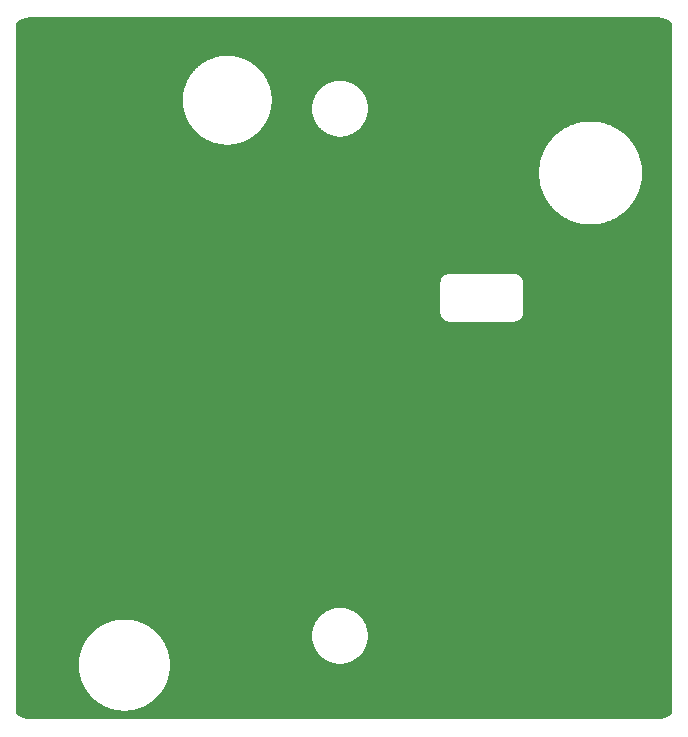
<source format=gbl>
G04 MADE WITH FRITZING*
G04 WWW.FRITZING.ORG*
G04 DOUBLE SIDED*
G04 HOLES PLATED*
G04 CONTOUR ON CENTER OF CONTOUR VECTOR*
%ASAXBY*%
%FSLAX23Y23*%
%MOIN*%
%OFA0B0*%
%SFA1.0B1.0*%
%ADD10C,0.075000*%
%ADD11R,0.001000X0.001000*%
%LNCOPPER0*%
G90*
G70*
G54D10*
X82Y2329D03*
G54D11*
X86Y2376D02*
X2170Y2376D01*
X76Y2375D02*
X2179Y2375D01*
X70Y2374D02*
X2185Y2374D01*
X65Y2373D02*
X2190Y2373D01*
X61Y2372D02*
X2194Y2372D01*
X58Y2371D02*
X2197Y2371D01*
X55Y2370D02*
X2200Y2370D01*
X52Y2369D02*
X2203Y2369D01*
X50Y2368D02*
X2205Y2368D01*
X48Y2367D02*
X2207Y2367D01*
X46Y2366D02*
X2209Y2366D01*
X44Y2365D02*
X2211Y2365D01*
X42Y2364D02*
X2213Y2364D01*
X41Y2363D02*
X2214Y2363D01*
X40Y2362D02*
X2215Y2362D01*
X38Y2361D02*
X2217Y2361D01*
X37Y2360D02*
X2218Y2360D01*
X37Y2359D02*
X2218Y2359D01*
X36Y2358D02*
X2219Y2358D01*
X36Y2357D02*
X2219Y2357D01*
X36Y2356D02*
X2219Y2356D01*
X36Y2355D02*
X2219Y2355D01*
X36Y2354D02*
X2219Y2354D01*
X36Y2353D02*
X2219Y2353D01*
X36Y2352D02*
X2219Y2352D01*
X36Y2351D02*
X2219Y2351D01*
X36Y2350D02*
X2219Y2350D01*
X36Y2349D02*
X2219Y2349D01*
X36Y2348D02*
X2219Y2348D01*
X36Y2347D02*
X2219Y2347D01*
X36Y2346D02*
X2219Y2346D01*
X36Y2345D02*
X2219Y2345D01*
X36Y2344D02*
X2219Y2344D01*
X36Y2343D02*
X2219Y2343D01*
X36Y2342D02*
X2219Y2342D01*
X36Y2341D02*
X2219Y2341D01*
X36Y2340D02*
X2219Y2340D01*
X36Y2339D02*
X2219Y2339D01*
X36Y2338D02*
X2219Y2338D01*
X36Y2337D02*
X2219Y2337D01*
X36Y2336D02*
X2219Y2336D01*
X36Y2335D02*
X2219Y2335D01*
X36Y2334D02*
X2219Y2334D01*
X36Y2333D02*
X2219Y2333D01*
X36Y2332D02*
X2219Y2332D01*
X36Y2331D02*
X2219Y2331D01*
X36Y2330D02*
X2219Y2330D01*
X36Y2329D02*
X2219Y2329D01*
X36Y2328D02*
X2219Y2328D01*
X36Y2327D02*
X2219Y2327D01*
X36Y2326D02*
X2219Y2326D01*
X36Y2325D02*
X2219Y2325D01*
X36Y2324D02*
X2219Y2324D01*
X36Y2323D02*
X2219Y2323D01*
X36Y2322D02*
X2219Y2322D01*
X36Y2321D02*
X2219Y2321D01*
X36Y2320D02*
X2219Y2320D01*
X36Y2319D02*
X2219Y2319D01*
X36Y2318D02*
X2219Y2318D01*
X36Y2317D02*
X2219Y2317D01*
X36Y2316D02*
X2219Y2316D01*
X36Y2315D02*
X2219Y2315D01*
X36Y2314D02*
X2219Y2314D01*
X36Y2313D02*
X2219Y2313D01*
X36Y2312D02*
X2219Y2312D01*
X36Y2311D02*
X2219Y2311D01*
X36Y2310D02*
X2219Y2310D01*
X36Y2309D02*
X2219Y2309D01*
X36Y2308D02*
X2219Y2308D01*
X36Y2307D02*
X2219Y2307D01*
X36Y2306D02*
X2219Y2306D01*
X36Y2305D02*
X2219Y2305D01*
X36Y2304D02*
X2219Y2304D01*
X36Y2303D02*
X2219Y2303D01*
X36Y2302D02*
X2219Y2302D01*
X36Y2301D02*
X2219Y2301D01*
X36Y2300D02*
X2219Y2300D01*
X36Y2299D02*
X2219Y2299D01*
X36Y2298D02*
X2219Y2298D01*
X36Y2297D02*
X2219Y2297D01*
X36Y2296D02*
X2219Y2296D01*
X36Y2295D02*
X2219Y2295D01*
X36Y2294D02*
X2219Y2294D01*
X36Y2293D02*
X2219Y2293D01*
X36Y2292D02*
X2219Y2292D01*
X36Y2291D02*
X2219Y2291D01*
X36Y2290D02*
X2219Y2290D01*
X36Y2289D02*
X2219Y2289D01*
X36Y2288D02*
X2219Y2288D01*
X36Y2287D02*
X2219Y2287D01*
X36Y2286D02*
X2219Y2286D01*
X36Y2285D02*
X2219Y2285D01*
X36Y2284D02*
X2219Y2284D01*
X36Y2283D02*
X2219Y2283D01*
X36Y2282D02*
X2219Y2282D01*
X36Y2281D02*
X2219Y2281D01*
X36Y2280D02*
X2219Y2280D01*
X36Y2279D02*
X2219Y2279D01*
X36Y2278D02*
X2219Y2278D01*
X36Y2277D02*
X2219Y2277D01*
X36Y2276D02*
X2219Y2276D01*
X36Y2275D02*
X2219Y2275D01*
X36Y2274D02*
X2219Y2274D01*
X36Y2273D02*
X2219Y2273D01*
X36Y2272D02*
X2219Y2272D01*
X36Y2271D02*
X2219Y2271D01*
X36Y2270D02*
X2219Y2270D01*
X36Y2269D02*
X2219Y2269D01*
X36Y2268D02*
X2219Y2268D01*
X36Y2267D02*
X2219Y2267D01*
X36Y2266D02*
X2219Y2266D01*
X36Y2265D02*
X2219Y2265D01*
X36Y2264D02*
X2219Y2264D01*
X36Y2263D02*
X2219Y2263D01*
X36Y2262D02*
X2219Y2262D01*
X36Y2261D02*
X2219Y2261D01*
X36Y2260D02*
X2219Y2260D01*
X36Y2259D02*
X2219Y2259D01*
X36Y2258D02*
X2219Y2258D01*
X36Y2257D02*
X2219Y2257D01*
X36Y2256D02*
X2219Y2256D01*
X36Y2255D02*
X2219Y2255D01*
X36Y2254D02*
X2219Y2254D01*
X36Y2253D02*
X2219Y2253D01*
X36Y2252D02*
X2219Y2252D01*
X36Y2251D02*
X2219Y2251D01*
X36Y2250D02*
X2219Y2250D01*
X36Y2249D02*
X2219Y2249D01*
X36Y2248D02*
X2219Y2248D01*
X36Y2247D02*
X726Y2247D01*
X751Y2247D02*
X2219Y2247D01*
X36Y2246D02*
X718Y2246D01*
X760Y2246D02*
X2219Y2246D01*
X36Y2245D02*
X711Y2245D01*
X766Y2245D02*
X2219Y2245D01*
X36Y2244D02*
X706Y2244D01*
X771Y2244D02*
X2219Y2244D01*
X36Y2243D02*
X702Y2243D01*
X775Y2243D02*
X2219Y2243D01*
X36Y2242D02*
X698Y2242D01*
X779Y2242D02*
X2219Y2242D01*
X36Y2241D02*
X694Y2241D01*
X783Y2241D02*
X2219Y2241D01*
X36Y2240D02*
X692Y2240D01*
X786Y2240D02*
X2219Y2240D01*
X36Y2239D02*
X689Y2239D01*
X788Y2239D02*
X2219Y2239D01*
X36Y2238D02*
X686Y2238D01*
X791Y2238D02*
X2219Y2238D01*
X36Y2237D02*
X683Y2237D01*
X794Y2237D02*
X2219Y2237D01*
X36Y2236D02*
X681Y2236D01*
X797Y2236D02*
X2219Y2236D01*
X36Y2235D02*
X679Y2235D01*
X799Y2235D02*
X2219Y2235D01*
X36Y2234D02*
X677Y2234D01*
X801Y2234D02*
X2219Y2234D01*
X36Y2233D02*
X674Y2233D01*
X803Y2233D02*
X2219Y2233D01*
X36Y2232D02*
X672Y2232D01*
X805Y2232D02*
X2219Y2232D01*
X36Y2231D02*
X670Y2231D01*
X807Y2231D02*
X2219Y2231D01*
X36Y2230D02*
X668Y2230D01*
X809Y2230D02*
X2219Y2230D01*
X36Y2229D02*
X666Y2229D01*
X811Y2229D02*
X2219Y2229D01*
X36Y2228D02*
X665Y2228D01*
X812Y2228D02*
X2219Y2228D01*
X36Y2227D02*
X663Y2227D01*
X814Y2227D02*
X2219Y2227D01*
X36Y2226D02*
X661Y2226D01*
X816Y2226D02*
X2219Y2226D01*
X36Y2225D02*
X660Y2225D01*
X817Y2225D02*
X2219Y2225D01*
X36Y2224D02*
X658Y2224D01*
X819Y2224D02*
X2219Y2224D01*
X36Y2223D02*
X656Y2223D01*
X821Y2223D02*
X2219Y2223D01*
X36Y2222D02*
X655Y2222D01*
X822Y2222D02*
X2219Y2222D01*
X36Y2221D02*
X654Y2221D01*
X824Y2221D02*
X2219Y2221D01*
X36Y2220D02*
X652Y2220D01*
X825Y2220D02*
X2219Y2220D01*
X36Y2219D02*
X651Y2219D01*
X826Y2219D02*
X2219Y2219D01*
X36Y2218D02*
X650Y2218D01*
X828Y2218D02*
X2219Y2218D01*
X36Y2217D02*
X648Y2217D01*
X829Y2217D02*
X2219Y2217D01*
X36Y2216D02*
X647Y2216D01*
X830Y2216D02*
X2219Y2216D01*
X36Y2215D02*
X646Y2215D01*
X832Y2215D02*
X2219Y2215D01*
X36Y2214D02*
X644Y2214D01*
X833Y2214D02*
X2219Y2214D01*
X36Y2213D02*
X643Y2213D01*
X834Y2213D02*
X2219Y2213D01*
X36Y2212D02*
X642Y2212D01*
X835Y2212D02*
X2219Y2212D01*
X36Y2211D02*
X641Y2211D01*
X836Y2211D02*
X2219Y2211D01*
X36Y2210D02*
X640Y2210D01*
X837Y2210D02*
X2219Y2210D01*
X36Y2209D02*
X639Y2209D01*
X839Y2209D02*
X2219Y2209D01*
X36Y2208D02*
X638Y2208D01*
X840Y2208D02*
X2219Y2208D01*
X36Y2207D02*
X636Y2207D01*
X841Y2207D02*
X2219Y2207D01*
X36Y2206D02*
X635Y2206D01*
X842Y2206D02*
X2219Y2206D01*
X36Y2205D02*
X634Y2205D01*
X843Y2205D02*
X2219Y2205D01*
X36Y2204D02*
X633Y2204D01*
X844Y2204D02*
X2219Y2204D01*
X36Y2203D02*
X632Y2203D01*
X845Y2203D02*
X2219Y2203D01*
X36Y2202D02*
X631Y2202D01*
X846Y2202D02*
X2219Y2202D01*
X36Y2201D02*
X630Y2201D01*
X847Y2201D02*
X2219Y2201D01*
X36Y2200D02*
X630Y2200D01*
X848Y2200D02*
X2219Y2200D01*
X36Y2199D02*
X629Y2199D01*
X849Y2199D02*
X2219Y2199D01*
X36Y2198D02*
X628Y2198D01*
X849Y2198D02*
X2219Y2198D01*
X36Y2197D02*
X627Y2197D01*
X850Y2197D02*
X2219Y2197D01*
X36Y2196D02*
X626Y2196D01*
X851Y2196D02*
X2219Y2196D01*
X36Y2195D02*
X625Y2195D01*
X852Y2195D02*
X2219Y2195D01*
X36Y2194D02*
X624Y2194D01*
X853Y2194D02*
X2219Y2194D01*
X36Y2193D02*
X623Y2193D01*
X854Y2193D02*
X2219Y2193D01*
X36Y2192D02*
X623Y2192D01*
X855Y2192D02*
X2219Y2192D01*
X36Y2191D02*
X622Y2191D01*
X855Y2191D02*
X2219Y2191D01*
X36Y2190D02*
X621Y2190D01*
X856Y2190D02*
X2219Y2190D01*
X36Y2189D02*
X620Y2189D01*
X857Y2189D02*
X2219Y2189D01*
X36Y2188D02*
X620Y2188D01*
X858Y2188D02*
X2219Y2188D01*
X36Y2187D02*
X619Y2187D01*
X858Y2187D02*
X2219Y2187D01*
X36Y2186D02*
X618Y2186D01*
X859Y2186D02*
X2219Y2186D01*
X36Y2185D02*
X617Y2185D01*
X860Y2185D02*
X2219Y2185D01*
X36Y2184D02*
X617Y2184D01*
X861Y2184D02*
X2219Y2184D01*
X36Y2183D02*
X616Y2183D01*
X861Y2183D02*
X2219Y2183D01*
X36Y2182D02*
X615Y2182D01*
X862Y2182D02*
X2219Y2182D01*
X36Y2181D02*
X615Y2181D01*
X863Y2181D02*
X2219Y2181D01*
X36Y2180D02*
X614Y2180D01*
X863Y2180D02*
X2219Y2180D01*
X36Y2179D02*
X613Y2179D01*
X864Y2179D02*
X2219Y2179D01*
X36Y2178D02*
X613Y2178D01*
X865Y2178D02*
X2219Y2178D01*
X36Y2177D02*
X612Y2177D01*
X865Y2177D02*
X2219Y2177D01*
X36Y2176D02*
X611Y2176D01*
X866Y2176D02*
X2219Y2176D01*
X36Y2175D02*
X611Y2175D01*
X866Y2175D02*
X2219Y2175D01*
X36Y2174D02*
X610Y2174D01*
X867Y2174D02*
X2219Y2174D01*
X36Y2173D02*
X610Y2173D01*
X868Y2173D02*
X2219Y2173D01*
X36Y2172D02*
X609Y2172D01*
X868Y2172D02*
X2219Y2172D01*
X36Y2171D02*
X608Y2171D01*
X869Y2171D02*
X2219Y2171D01*
X36Y2170D02*
X608Y2170D01*
X869Y2170D02*
X2219Y2170D01*
X36Y2169D02*
X607Y2169D01*
X870Y2169D02*
X2219Y2169D01*
X36Y2168D02*
X607Y2168D01*
X870Y2168D02*
X2219Y2168D01*
X36Y2167D02*
X606Y2167D01*
X871Y2167D02*
X2219Y2167D01*
X36Y2166D02*
X606Y2166D01*
X871Y2166D02*
X2219Y2166D01*
X36Y2165D02*
X605Y2165D01*
X872Y2165D02*
X2219Y2165D01*
X36Y2164D02*
X605Y2164D01*
X872Y2164D02*
X1108Y2164D01*
X1121Y2164D02*
X2219Y2164D01*
X36Y2163D02*
X605Y2163D01*
X873Y2163D02*
X1099Y2163D01*
X1129Y2163D02*
X2219Y2163D01*
X36Y2162D02*
X604Y2162D01*
X873Y2162D02*
X1094Y2162D01*
X1135Y2162D02*
X2219Y2162D01*
X36Y2161D02*
X604Y2161D01*
X874Y2161D02*
X1089Y2161D01*
X1139Y2161D02*
X2219Y2161D01*
X36Y2160D02*
X603Y2160D01*
X874Y2160D02*
X1086Y2160D01*
X1143Y2160D02*
X2219Y2160D01*
X36Y2159D02*
X603Y2159D01*
X875Y2159D02*
X1083Y2159D01*
X1146Y2159D02*
X2219Y2159D01*
X36Y2158D02*
X602Y2158D01*
X875Y2158D02*
X1080Y2158D01*
X1148Y2158D02*
X2219Y2158D01*
X36Y2157D02*
X602Y2157D01*
X876Y2157D02*
X1078Y2157D01*
X1151Y2157D02*
X2219Y2157D01*
X36Y2156D02*
X601Y2156D01*
X876Y2156D02*
X1076Y2156D01*
X1153Y2156D02*
X2219Y2156D01*
X36Y2155D02*
X601Y2155D01*
X876Y2155D02*
X1073Y2155D01*
X1155Y2155D02*
X2219Y2155D01*
X36Y2154D02*
X601Y2154D01*
X877Y2154D02*
X1071Y2154D01*
X1157Y2154D02*
X2219Y2154D01*
X36Y2153D02*
X600Y2153D01*
X877Y2153D02*
X1069Y2153D01*
X1159Y2153D02*
X2219Y2153D01*
X36Y2152D02*
X600Y2152D01*
X877Y2152D02*
X1068Y2152D01*
X1161Y2152D02*
X2219Y2152D01*
X36Y2151D02*
X599Y2151D01*
X878Y2151D02*
X1066Y2151D01*
X1163Y2151D02*
X2219Y2151D01*
X36Y2150D02*
X599Y2150D01*
X878Y2150D02*
X1064Y2150D01*
X1164Y2150D02*
X2219Y2150D01*
X36Y2149D02*
X599Y2149D01*
X878Y2149D02*
X1063Y2149D01*
X1166Y2149D02*
X2219Y2149D01*
X36Y2148D02*
X598Y2148D01*
X879Y2148D02*
X1061Y2148D01*
X1167Y2148D02*
X2219Y2148D01*
X36Y2147D02*
X598Y2147D01*
X879Y2147D02*
X1060Y2147D01*
X1169Y2147D02*
X2219Y2147D01*
X36Y2146D02*
X598Y2146D01*
X880Y2146D02*
X1059Y2146D01*
X1170Y2146D02*
X2219Y2146D01*
X36Y2145D02*
X597Y2145D01*
X880Y2145D02*
X1057Y2145D01*
X1171Y2145D02*
X2219Y2145D01*
X36Y2144D02*
X597Y2144D01*
X880Y2144D02*
X1056Y2144D01*
X1173Y2144D02*
X2219Y2144D01*
X36Y2143D02*
X597Y2143D01*
X881Y2143D02*
X1055Y2143D01*
X1174Y2143D02*
X2219Y2143D01*
X36Y2142D02*
X596Y2142D01*
X881Y2142D02*
X1053Y2142D01*
X1175Y2142D02*
X2219Y2142D01*
X36Y2141D02*
X596Y2141D01*
X881Y2141D02*
X1052Y2141D01*
X1176Y2141D02*
X2219Y2141D01*
X36Y2140D02*
X596Y2140D01*
X881Y2140D02*
X1051Y2140D01*
X1177Y2140D02*
X2219Y2140D01*
X36Y2139D02*
X595Y2139D01*
X882Y2139D02*
X1050Y2139D01*
X1178Y2139D02*
X2219Y2139D01*
X36Y2138D02*
X595Y2138D01*
X882Y2138D02*
X1049Y2138D01*
X1179Y2138D02*
X2219Y2138D01*
X36Y2137D02*
X595Y2137D01*
X882Y2137D02*
X1048Y2137D01*
X1181Y2137D02*
X2219Y2137D01*
X36Y2136D02*
X595Y2136D01*
X882Y2136D02*
X1047Y2136D01*
X1182Y2136D02*
X2219Y2136D01*
X36Y2135D02*
X594Y2135D01*
X883Y2135D02*
X1046Y2135D01*
X1182Y2135D02*
X2219Y2135D01*
X36Y2134D02*
X594Y2134D01*
X883Y2134D02*
X1045Y2134D01*
X1183Y2134D02*
X2219Y2134D01*
X36Y2133D02*
X594Y2133D01*
X883Y2133D02*
X1044Y2133D01*
X1184Y2133D02*
X2219Y2133D01*
X36Y2132D02*
X594Y2132D01*
X884Y2132D02*
X1043Y2132D01*
X1185Y2132D02*
X2219Y2132D01*
X36Y2131D02*
X593Y2131D01*
X884Y2131D02*
X1043Y2131D01*
X1186Y2131D02*
X2219Y2131D01*
X36Y2130D02*
X593Y2130D01*
X884Y2130D02*
X1042Y2130D01*
X1187Y2130D02*
X2219Y2130D01*
X36Y2129D02*
X593Y2129D01*
X884Y2129D02*
X1041Y2129D01*
X1188Y2129D02*
X2219Y2129D01*
X36Y2128D02*
X593Y2128D01*
X884Y2128D02*
X1040Y2128D01*
X1188Y2128D02*
X2219Y2128D01*
X36Y2127D02*
X593Y2127D01*
X885Y2127D02*
X1039Y2127D01*
X1189Y2127D02*
X2219Y2127D01*
X36Y2126D02*
X593Y2126D01*
X885Y2126D02*
X1039Y2126D01*
X1190Y2126D02*
X2219Y2126D01*
X36Y2125D02*
X592Y2125D01*
X885Y2125D02*
X1038Y2125D01*
X1191Y2125D02*
X2219Y2125D01*
X36Y2124D02*
X592Y2124D01*
X885Y2124D02*
X1037Y2124D01*
X1191Y2124D02*
X2219Y2124D01*
X36Y2123D02*
X592Y2123D01*
X885Y2123D02*
X1036Y2123D01*
X1192Y2123D02*
X2219Y2123D01*
X36Y2122D02*
X592Y2122D01*
X885Y2122D02*
X1036Y2122D01*
X1193Y2122D02*
X2219Y2122D01*
X36Y2121D02*
X592Y2121D01*
X885Y2121D02*
X1035Y2121D01*
X1193Y2121D02*
X2219Y2121D01*
X36Y2120D02*
X592Y2120D01*
X886Y2120D02*
X1035Y2120D01*
X1194Y2120D02*
X2219Y2120D01*
X36Y2119D02*
X591Y2119D01*
X886Y2119D02*
X1034Y2119D01*
X1195Y2119D02*
X2219Y2119D01*
X36Y2118D02*
X591Y2118D01*
X886Y2118D02*
X1033Y2118D01*
X1195Y2118D02*
X2219Y2118D01*
X36Y2117D02*
X591Y2117D01*
X886Y2117D02*
X1033Y2117D01*
X1196Y2117D02*
X2219Y2117D01*
X36Y2116D02*
X591Y2116D01*
X886Y2116D02*
X1032Y2116D01*
X1196Y2116D02*
X2219Y2116D01*
X36Y2115D02*
X591Y2115D01*
X886Y2115D02*
X1032Y2115D01*
X1197Y2115D02*
X2219Y2115D01*
X36Y2114D02*
X591Y2114D01*
X886Y2114D02*
X1031Y2114D01*
X1197Y2114D02*
X2219Y2114D01*
X36Y2113D02*
X591Y2113D01*
X886Y2113D02*
X1031Y2113D01*
X1198Y2113D02*
X2219Y2113D01*
X36Y2112D02*
X591Y2112D01*
X887Y2112D02*
X1030Y2112D01*
X1198Y2112D02*
X2219Y2112D01*
X36Y2111D02*
X591Y2111D01*
X887Y2111D02*
X1030Y2111D01*
X1199Y2111D02*
X2219Y2111D01*
X36Y2110D02*
X590Y2110D01*
X887Y2110D02*
X1029Y2110D01*
X1199Y2110D02*
X2219Y2110D01*
X36Y2109D02*
X590Y2109D01*
X887Y2109D02*
X1029Y2109D01*
X1200Y2109D02*
X2219Y2109D01*
X36Y2108D02*
X590Y2108D01*
X887Y2108D02*
X1028Y2108D01*
X1200Y2108D02*
X2219Y2108D01*
X36Y2107D02*
X590Y2107D01*
X887Y2107D02*
X1028Y2107D01*
X1201Y2107D02*
X2219Y2107D01*
X36Y2106D02*
X590Y2106D01*
X887Y2106D02*
X1028Y2106D01*
X1201Y2106D02*
X2219Y2106D01*
X36Y2105D02*
X590Y2105D01*
X887Y2105D02*
X1027Y2105D01*
X1201Y2105D02*
X2219Y2105D01*
X36Y2104D02*
X590Y2104D01*
X887Y2104D02*
X1027Y2104D01*
X1202Y2104D02*
X2219Y2104D01*
X36Y2103D02*
X590Y2103D01*
X887Y2103D02*
X1026Y2103D01*
X1202Y2103D02*
X2219Y2103D01*
X36Y2102D02*
X590Y2102D01*
X887Y2102D02*
X1026Y2102D01*
X1202Y2102D02*
X2219Y2102D01*
X36Y2101D02*
X590Y2101D01*
X887Y2101D02*
X1026Y2101D01*
X1203Y2101D02*
X2219Y2101D01*
X36Y2100D02*
X590Y2100D01*
X887Y2100D02*
X1025Y2100D01*
X1203Y2100D02*
X2219Y2100D01*
X36Y2099D02*
X590Y2099D01*
X887Y2099D02*
X1025Y2099D01*
X1204Y2099D02*
X2219Y2099D01*
X36Y2098D02*
X590Y2098D01*
X887Y2098D02*
X1025Y2098D01*
X1204Y2098D02*
X2219Y2098D01*
X36Y2097D02*
X590Y2097D01*
X887Y2097D02*
X1024Y2097D01*
X1204Y2097D02*
X2219Y2097D01*
X36Y2096D02*
X590Y2096D01*
X887Y2096D02*
X1024Y2096D01*
X1204Y2096D02*
X2219Y2096D01*
X36Y2095D02*
X590Y2095D01*
X887Y2095D02*
X1024Y2095D01*
X1205Y2095D02*
X2219Y2095D01*
X36Y2094D02*
X590Y2094D01*
X887Y2094D02*
X1024Y2094D01*
X1205Y2094D02*
X2219Y2094D01*
X36Y2093D02*
X590Y2093D01*
X887Y2093D02*
X1023Y2093D01*
X1205Y2093D02*
X2219Y2093D01*
X36Y2092D02*
X590Y2092D01*
X887Y2092D02*
X1023Y2092D01*
X1205Y2092D02*
X2219Y2092D01*
X36Y2091D02*
X590Y2091D01*
X887Y2091D02*
X1023Y2091D01*
X1206Y2091D02*
X2219Y2091D01*
X36Y2090D02*
X590Y2090D01*
X887Y2090D02*
X1023Y2090D01*
X1206Y2090D02*
X2219Y2090D01*
X36Y2089D02*
X590Y2089D01*
X887Y2089D02*
X1023Y2089D01*
X1206Y2089D02*
X2219Y2089D01*
X36Y2088D02*
X591Y2088D01*
X887Y2088D02*
X1022Y2088D01*
X1206Y2088D02*
X2219Y2088D01*
X36Y2087D02*
X591Y2087D01*
X887Y2087D02*
X1022Y2087D01*
X1206Y2087D02*
X2219Y2087D01*
X36Y2086D02*
X591Y2086D01*
X886Y2086D02*
X1022Y2086D01*
X1207Y2086D02*
X2219Y2086D01*
X36Y2085D02*
X591Y2085D01*
X886Y2085D02*
X1022Y2085D01*
X1207Y2085D02*
X2219Y2085D01*
X36Y2084D02*
X591Y2084D01*
X886Y2084D02*
X1022Y2084D01*
X1207Y2084D02*
X2219Y2084D01*
X36Y2083D02*
X591Y2083D01*
X886Y2083D02*
X1022Y2083D01*
X1207Y2083D02*
X2219Y2083D01*
X36Y2082D02*
X591Y2082D01*
X886Y2082D02*
X1021Y2082D01*
X1207Y2082D02*
X2219Y2082D01*
X36Y2081D02*
X591Y2081D01*
X886Y2081D02*
X1021Y2081D01*
X1207Y2081D02*
X2219Y2081D01*
X36Y2080D02*
X591Y2080D01*
X886Y2080D02*
X1021Y2080D01*
X1207Y2080D02*
X2219Y2080D01*
X36Y2079D02*
X592Y2079D01*
X886Y2079D02*
X1021Y2079D01*
X1207Y2079D02*
X2219Y2079D01*
X36Y2078D02*
X592Y2078D01*
X885Y2078D02*
X1021Y2078D01*
X1207Y2078D02*
X2219Y2078D01*
X36Y2077D02*
X592Y2077D01*
X885Y2077D02*
X1021Y2077D01*
X1207Y2077D02*
X2219Y2077D01*
X36Y2076D02*
X592Y2076D01*
X885Y2076D02*
X1021Y2076D01*
X1208Y2076D02*
X2219Y2076D01*
X36Y2075D02*
X592Y2075D01*
X885Y2075D02*
X1021Y2075D01*
X1208Y2075D02*
X2219Y2075D01*
X36Y2074D02*
X592Y2074D01*
X885Y2074D02*
X1021Y2074D01*
X1208Y2074D02*
X2219Y2074D01*
X36Y2073D02*
X592Y2073D01*
X885Y2073D02*
X1021Y2073D01*
X1208Y2073D02*
X2219Y2073D01*
X36Y2072D02*
X593Y2072D01*
X884Y2072D02*
X1021Y2072D01*
X1208Y2072D02*
X2219Y2072D01*
X36Y2071D02*
X593Y2071D01*
X884Y2071D02*
X1021Y2071D01*
X1208Y2071D02*
X2219Y2071D01*
X36Y2070D02*
X593Y2070D01*
X884Y2070D02*
X1021Y2070D01*
X1208Y2070D02*
X2219Y2070D01*
X36Y2069D02*
X593Y2069D01*
X884Y2069D02*
X1021Y2069D01*
X1208Y2069D02*
X2219Y2069D01*
X36Y2068D02*
X593Y2068D01*
X884Y2068D02*
X1021Y2068D01*
X1208Y2068D02*
X2219Y2068D01*
X36Y2067D02*
X594Y2067D01*
X883Y2067D02*
X1021Y2067D01*
X1208Y2067D02*
X2219Y2067D01*
X36Y2066D02*
X594Y2066D01*
X883Y2066D02*
X1021Y2066D01*
X1207Y2066D02*
X2219Y2066D01*
X36Y2065D02*
X594Y2065D01*
X883Y2065D02*
X1021Y2065D01*
X1207Y2065D02*
X2219Y2065D01*
X36Y2064D02*
X594Y2064D01*
X883Y2064D02*
X1021Y2064D01*
X1207Y2064D02*
X2219Y2064D01*
X36Y2063D02*
X595Y2063D01*
X882Y2063D02*
X1021Y2063D01*
X1207Y2063D02*
X2219Y2063D01*
X36Y2062D02*
X595Y2062D01*
X882Y2062D02*
X1021Y2062D01*
X1207Y2062D02*
X2219Y2062D01*
X36Y2061D02*
X595Y2061D01*
X882Y2061D02*
X1021Y2061D01*
X1207Y2061D02*
X2219Y2061D01*
X36Y2060D02*
X595Y2060D01*
X882Y2060D02*
X1022Y2060D01*
X1207Y2060D02*
X2219Y2060D01*
X36Y2059D02*
X596Y2059D01*
X881Y2059D02*
X1022Y2059D01*
X1207Y2059D02*
X2219Y2059D01*
X36Y2058D02*
X596Y2058D01*
X881Y2058D02*
X1022Y2058D01*
X1207Y2058D02*
X2219Y2058D01*
X36Y2057D02*
X596Y2057D01*
X881Y2057D02*
X1022Y2057D01*
X1207Y2057D02*
X2219Y2057D01*
X36Y2056D02*
X597Y2056D01*
X881Y2056D02*
X1022Y2056D01*
X1206Y2056D02*
X2219Y2056D01*
X36Y2055D02*
X597Y2055D01*
X880Y2055D02*
X1022Y2055D01*
X1206Y2055D02*
X2219Y2055D01*
X36Y2054D02*
X597Y2054D01*
X880Y2054D02*
X1022Y2054D01*
X1206Y2054D02*
X2219Y2054D01*
X36Y2053D02*
X598Y2053D01*
X880Y2053D02*
X1023Y2053D01*
X1206Y2053D02*
X2219Y2053D01*
X36Y2052D02*
X598Y2052D01*
X879Y2052D02*
X1023Y2052D01*
X1206Y2052D02*
X2219Y2052D01*
X36Y2051D02*
X598Y2051D01*
X879Y2051D02*
X1023Y2051D01*
X1205Y2051D02*
X2219Y2051D01*
X36Y2050D02*
X599Y2050D01*
X878Y2050D02*
X1023Y2050D01*
X1205Y2050D02*
X2219Y2050D01*
X36Y2049D02*
X599Y2049D01*
X878Y2049D02*
X1024Y2049D01*
X1205Y2049D02*
X2219Y2049D01*
X36Y2048D02*
X599Y2048D01*
X878Y2048D02*
X1024Y2048D01*
X1205Y2048D02*
X2219Y2048D01*
X36Y2047D02*
X600Y2047D01*
X877Y2047D02*
X1024Y2047D01*
X1204Y2047D02*
X2219Y2047D01*
X36Y2046D02*
X600Y2046D01*
X877Y2046D02*
X1024Y2046D01*
X1204Y2046D02*
X2219Y2046D01*
X36Y2045D02*
X600Y2045D01*
X877Y2045D02*
X1025Y2045D01*
X1204Y2045D02*
X2219Y2045D01*
X36Y2044D02*
X601Y2044D01*
X876Y2044D02*
X1025Y2044D01*
X1204Y2044D02*
X2219Y2044D01*
X36Y2043D02*
X601Y2043D01*
X876Y2043D02*
X1025Y2043D01*
X1203Y2043D02*
X2219Y2043D01*
X36Y2042D02*
X602Y2042D01*
X876Y2042D02*
X1026Y2042D01*
X1203Y2042D02*
X2219Y2042D01*
X36Y2041D02*
X602Y2041D01*
X875Y2041D02*
X1026Y2041D01*
X1203Y2041D02*
X2219Y2041D01*
X36Y2040D02*
X603Y2040D01*
X875Y2040D02*
X1026Y2040D01*
X1202Y2040D02*
X2219Y2040D01*
X36Y2039D02*
X603Y2039D01*
X874Y2039D02*
X1027Y2039D01*
X1202Y2039D02*
X2219Y2039D01*
X36Y2038D02*
X604Y2038D01*
X874Y2038D02*
X1027Y2038D01*
X1201Y2038D02*
X2219Y2038D01*
X36Y2037D02*
X604Y2037D01*
X873Y2037D02*
X1027Y2037D01*
X1201Y2037D02*
X2219Y2037D01*
X36Y2036D02*
X605Y2036D01*
X873Y2036D02*
X1028Y2036D01*
X1201Y2036D02*
X2219Y2036D01*
X36Y2035D02*
X605Y2035D01*
X872Y2035D02*
X1028Y2035D01*
X1200Y2035D02*
X2219Y2035D01*
X36Y2034D02*
X605Y2034D01*
X872Y2034D02*
X1029Y2034D01*
X1200Y2034D02*
X2219Y2034D01*
X36Y2033D02*
X606Y2033D01*
X871Y2033D02*
X1029Y2033D01*
X1199Y2033D02*
X2219Y2033D01*
X36Y2032D02*
X606Y2032D01*
X871Y2032D02*
X1030Y2032D01*
X1199Y2032D02*
X2219Y2032D01*
X36Y2031D02*
X607Y2031D01*
X870Y2031D02*
X1030Y2031D01*
X1198Y2031D02*
X2219Y2031D01*
X36Y2030D02*
X607Y2030D01*
X870Y2030D02*
X1031Y2030D01*
X1198Y2030D02*
X2219Y2030D01*
X36Y2029D02*
X608Y2029D01*
X869Y2029D02*
X1031Y2029D01*
X1197Y2029D02*
X2219Y2029D01*
X36Y2028D02*
X608Y2028D01*
X869Y2028D02*
X1032Y2028D01*
X1197Y2028D02*
X1936Y2028D01*
X1963Y2028D02*
X2219Y2028D01*
X36Y2027D02*
X609Y2027D01*
X868Y2027D02*
X1032Y2027D01*
X1196Y2027D02*
X1926Y2027D01*
X1973Y2027D02*
X2219Y2027D01*
X36Y2026D02*
X610Y2026D01*
X867Y2026D02*
X1033Y2026D01*
X1196Y2026D02*
X1920Y2026D01*
X1979Y2026D02*
X2219Y2026D01*
X36Y2025D02*
X610Y2025D01*
X867Y2025D02*
X1033Y2025D01*
X1195Y2025D02*
X1914Y2025D01*
X1985Y2025D02*
X2219Y2025D01*
X36Y2024D02*
X611Y2024D01*
X866Y2024D02*
X1034Y2024D01*
X1195Y2024D02*
X1910Y2024D01*
X1989Y2024D02*
X2219Y2024D01*
X36Y2023D02*
X611Y2023D01*
X866Y2023D02*
X1034Y2023D01*
X1194Y2023D02*
X1905Y2023D01*
X1993Y2023D02*
X2219Y2023D01*
X36Y2022D02*
X612Y2022D01*
X865Y2022D02*
X1035Y2022D01*
X1193Y2022D02*
X1902Y2022D01*
X1997Y2022D02*
X2219Y2022D01*
X36Y2021D02*
X613Y2021D01*
X864Y2021D02*
X1036Y2021D01*
X1193Y2021D02*
X1899Y2021D01*
X2000Y2021D02*
X2219Y2021D01*
X36Y2020D02*
X613Y2020D01*
X864Y2020D02*
X1036Y2020D01*
X1192Y2020D02*
X1896Y2020D01*
X2003Y2020D02*
X2219Y2020D01*
X36Y2019D02*
X614Y2019D01*
X863Y2019D02*
X1037Y2019D01*
X1192Y2019D02*
X1893Y2019D01*
X2006Y2019D02*
X2219Y2019D01*
X36Y2018D02*
X614Y2018D01*
X863Y2018D02*
X1038Y2018D01*
X1191Y2018D02*
X1890Y2018D01*
X2009Y2018D02*
X2219Y2018D01*
X36Y2017D02*
X615Y2017D01*
X862Y2017D02*
X1039Y2017D01*
X1190Y2017D02*
X1887Y2017D01*
X2011Y2017D02*
X2219Y2017D01*
X36Y2016D02*
X616Y2016D01*
X861Y2016D02*
X1039Y2016D01*
X1189Y2016D02*
X1885Y2016D01*
X2014Y2016D02*
X2219Y2016D01*
X36Y2015D02*
X617Y2015D01*
X861Y2015D02*
X1040Y2015D01*
X1189Y2015D02*
X1882Y2015D01*
X2017Y2015D02*
X2219Y2015D01*
X36Y2014D02*
X617Y2014D01*
X860Y2014D02*
X1041Y2014D01*
X1188Y2014D02*
X1880Y2014D01*
X2019Y2014D02*
X2219Y2014D01*
X36Y2013D02*
X618Y2013D01*
X859Y2013D02*
X1042Y2013D01*
X1187Y2013D02*
X1878Y2013D01*
X2021Y2013D02*
X2219Y2013D01*
X36Y2012D02*
X619Y2012D01*
X858Y2012D02*
X1042Y2012D01*
X1186Y2012D02*
X1876Y2012D01*
X2023Y2012D02*
X2219Y2012D01*
X36Y2011D02*
X620Y2011D01*
X858Y2011D02*
X1043Y2011D01*
X1185Y2011D02*
X1874Y2011D01*
X2025Y2011D02*
X2219Y2011D01*
X36Y2010D02*
X620Y2010D01*
X857Y2010D02*
X1044Y2010D01*
X1184Y2010D02*
X1872Y2010D01*
X2027Y2010D02*
X2219Y2010D01*
X36Y2009D02*
X621Y2009D01*
X856Y2009D02*
X1045Y2009D01*
X1184Y2009D02*
X1869Y2009D01*
X2029Y2009D02*
X2219Y2009D01*
X36Y2008D02*
X622Y2008D01*
X855Y2008D02*
X1046Y2008D01*
X1183Y2008D02*
X1867Y2008D01*
X2031Y2008D02*
X2219Y2008D01*
X36Y2007D02*
X623Y2007D01*
X855Y2007D02*
X1047Y2007D01*
X1182Y2007D02*
X1866Y2007D01*
X2033Y2007D02*
X2219Y2007D01*
X36Y2006D02*
X623Y2006D01*
X854Y2006D02*
X1048Y2006D01*
X1181Y2006D02*
X1864Y2006D01*
X2035Y2006D02*
X2219Y2006D01*
X36Y2005D02*
X624Y2005D01*
X853Y2005D02*
X1049Y2005D01*
X1180Y2005D02*
X1862Y2005D01*
X2036Y2005D02*
X2219Y2005D01*
X36Y2004D02*
X625Y2004D01*
X852Y2004D02*
X1050Y2004D01*
X1179Y2004D02*
X1861Y2004D01*
X2038Y2004D02*
X2219Y2004D01*
X36Y2003D02*
X626Y2003D01*
X851Y2003D02*
X1051Y2003D01*
X1178Y2003D02*
X1859Y2003D01*
X2040Y2003D02*
X2219Y2003D01*
X36Y2002D02*
X627Y2002D01*
X850Y2002D02*
X1052Y2002D01*
X1177Y2002D02*
X1857Y2002D01*
X2041Y2002D02*
X2219Y2002D01*
X36Y2001D02*
X628Y2001D01*
X849Y2001D02*
X1053Y2001D01*
X1175Y2001D02*
X1856Y2001D01*
X2043Y2001D02*
X2219Y2001D01*
X36Y2000D02*
X629Y2000D01*
X848Y2000D02*
X1054Y2000D01*
X1174Y2000D02*
X1854Y2000D01*
X2045Y2000D02*
X2219Y2000D01*
X36Y1999D02*
X630Y1999D01*
X848Y1999D02*
X1056Y1999D01*
X1173Y1999D02*
X1853Y1999D01*
X2046Y1999D02*
X2219Y1999D01*
X36Y1998D02*
X630Y1998D01*
X847Y1998D02*
X1057Y1998D01*
X1172Y1998D02*
X1851Y1998D01*
X2048Y1998D02*
X2219Y1998D01*
X36Y1997D02*
X631Y1997D01*
X846Y1997D02*
X1058Y1997D01*
X1170Y1997D02*
X1850Y1997D01*
X2049Y1997D02*
X2219Y1997D01*
X36Y1996D02*
X632Y1996D01*
X845Y1996D02*
X1060Y1996D01*
X1169Y1996D02*
X1849Y1996D01*
X2050Y1996D02*
X2219Y1996D01*
X36Y1995D02*
X633Y1995D01*
X844Y1995D02*
X1061Y1995D01*
X1168Y1995D02*
X1847Y1995D01*
X2052Y1995D02*
X2219Y1995D01*
X36Y1994D02*
X634Y1994D01*
X843Y1994D02*
X1062Y1994D01*
X1166Y1994D02*
X1846Y1994D01*
X2053Y1994D02*
X2219Y1994D01*
X36Y1993D02*
X635Y1993D01*
X842Y1993D02*
X1064Y1993D01*
X1165Y1993D02*
X1845Y1993D01*
X2054Y1993D02*
X2219Y1993D01*
X36Y1992D02*
X637Y1992D01*
X841Y1992D02*
X1066Y1992D01*
X1163Y1992D02*
X1843Y1992D01*
X2056Y1992D02*
X2219Y1992D01*
X36Y1991D02*
X638Y1991D01*
X840Y1991D02*
X1067Y1991D01*
X1161Y1991D02*
X1842Y1991D01*
X2057Y1991D02*
X2219Y1991D01*
X36Y1990D02*
X639Y1990D01*
X838Y1990D02*
X1069Y1990D01*
X1160Y1990D02*
X1841Y1990D01*
X2058Y1990D02*
X2219Y1990D01*
X36Y1989D02*
X640Y1989D01*
X837Y1989D02*
X1071Y1989D01*
X1158Y1989D02*
X1839Y1989D01*
X2060Y1989D02*
X2219Y1989D01*
X36Y1988D02*
X641Y1988D01*
X836Y1988D02*
X1073Y1988D01*
X1156Y1988D02*
X1838Y1988D01*
X2061Y1988D02*
X2219Y1988D01*
X36Y1987D02*
X642Y1987D01*
X835Y1987D02*
X1075Y1987D01*
X1154Y1987D02*
X1837Y1987D01*
X2062Y1987D02*
X2219Y1987D01*
X36Y1986D02*
X643Y1986D01*
X834Y1986D02*
X1077Y1986D01*
X1151Y1986D02*
X1836Y1986D01*
X2063Y1986D02*
X2219Y1986D01*
X36Y1985D02*
X644Y1985D01*
X833Y1985D02*
X1080Y1985D01*
X1149Y1985D02*
X1835Y1985D01*
X2064Y1985D02*
X2219Y1985D01*
X36Y1984D02*
X646Y1984D01*
X832Y1984D02*
X1082Y1984D01*
X1146Y1984D02*
X1834Y1984D01*
X2065Y1984D02*
X2219Y1984D01*
X36Y1983D02*
X647Y1983D01*
X830Y1983D02*
X1085Y1983D01*
X1143Y1983D02*
X1833Y1983D01*
X2066Y1983D02*
X2219Y1983D01*
X36Y1982D02*
X648Y1982D01*
X829Y1982D02*
X1089Y1982D01*
X1140Y1982D02*
X1832Y1982D01*
X2067Y1982D02*
X2219Y1982D01*
X36Y1981D02*
X650Y1981D01*
X828Y1981D02*
X1093Y1981D01*
X1136Y1981D02*
X1830Y1981D01*
X2068Y1981D02*
X2219Y1981D01*
X36Y1980D02*
X651Y1980D01*
X826Y1980D02*
X1097Y1980D01*
X1132Y1980D02*
X1829Y1980D01*
X2069Y1980D02*
X2219Y1980D01*
X36Y1979D02*
X652Y1979D01*
X825Y1979D02*
X1104Y1979D01*
X1125Y1979D02*
X1828Y1979D01*
X2071Y1979D02*
X2219Y1979D01*
X36Y1978D02*
X654Y1978D01*
X824Y1978D02*
X1827Y1978D01*
X2072Y1978D02*
X2219Y1978D01*
X36Y1977D02*
X655Y1977D01*
X822Y1977D02*
X1826Y1977D01*
X2072Y1977D02*
X2219Y1977D01*
X36Y1976D02*
X657Y1976D01*
X821Y1976D02*
X1825Y1976D01*
X2073Y1976D02*
X2219Y1976D01*
X36Y1975D02*
X658Y1975D01*
X819Y1975D02*
X1825Y1975D01*
X2074Y1975D02*
X2219Y1975D01*
X36Y1974D02*
X660Y1974D01*
X817Y1974D02*
X1824Y1974D01*
X2075Y1974D02*
X2219Y1974D01*
X36Y1973D02*
X662Y1973D01*
X816Y1973D02*
X1823Y1973D01*
X2076Y1973D02*
X2219Y1973D01*
X36Y1972D02*
X663Y1972D01*
X814Y1972D02*
X1822Y1972D01*
X2077Y1972D02*
X2219Y1972D01*
X36Y1971D02*
X665Y1971D01*
X812Y1971D02*
X1821Y1971D01*
X2078Y1971D02*
X2219Y1971D01*
X36Y1970D02*
X666Y1970D01*
X811Y1970D02*
X1820Y1970D01*
X2079Y1970D02*
X2219Y1970D01*
X36Y1969D02*
X668Y1969D01*
X809Y1969D02*
X1819Y1969D01*
X2080Y1969D02*
X2219Y1969D01*
X36Y1968D02*
X670Y1968D01*
X807Y1968D02*
X1818Y1968D01*
X2081Y1968D02*
X2219Y1968D01*
X36Y1967D02*
X672Y1967D01*
X805Y1967D02*
X1817Y1967D01*
X2082Y1967D02*
X2219Y1967D01*
X36Y1966D02*
X674Y1966D01*
X803Y1966D02*
X1816Y1966D01*
X2082Y1966D02*
X2219Y1966D01*
X36Y1965D02*
X677Y1965D01*
X801Y1965D02*
X1816Y1965D01*
X2083Y1965D02*
X2219Y1965D01*
X36Y1964D02*
X679Y1964D01*
X798Y1964D02*
X1815Y1964D01*
X2084Y1964D02*
X2219Y1964D01*
X36Y1963D02*
X681Y1963D01*
X796Y1963D02*
X1814Y1963D01*
X2085Y1963D02*
X2219Y1963D01*
X36Y1962D02*
X683Y1962D01*
X794Y1962D02*
X1813Y1962D01*
X2085Y1962D02*
X2219Y1962D01*
X36Y1961D02*
X686Y1961D01*
X791Y1961D02*
X1813Y1961D01*
X2086Y1961D02*
X2219Y1961D01*
X36Y1960D02*
X689Y1960D01*
X788Y1960D02*
X1812Y1960D01*
X2087Y1960D02*
X2219Y1960D01*
X36Y1959D02*
X692Y1959D01*
X785Y1959D02*
X1811Y1959D01*
X2088Y1959D02*
X2219Y1959D01*
X36Y1958D02*
X695Y1958D01*
X783Y1958D02*
X1810Y1958D01*
X2088Y1958D02*
X2219Y1958D01*
X36Y1957D02*
X698Y1957D01*
X779Y1957D02*
X1810Y1957D01*
X2089Y1957D02*
X2219Y1957D01*
X36Y1956D02*
X702Y1956D01*
X775Y1956D02*
X1809Y1956D01*
X2090Y1956D02*
X2219Y1956D01*
X36Y1955D02*
X706Y1955D01*
X771Y1955D02*
X1808Y1955D01*
X2091Y1955D02*
X2219Y1955D01*
X36Y1954D02*
X712Y1954D01*
X766Y1954D02*
X1807Y1954D01*
X2091Y1954D02*
X2219Y1954D01*
X36Y1953D02*
X718Y1953D01*
X759Y1953D02*
X1807Y1953D01*
X2092Y1953D02*
X2219Y1953D01*
X36Y1952D02*
X727Y1952D01*
X751Y1952D02*
X1806Y1952D01*
X2093Y1952D02*
X2219Y1952D01*
X36Y1951D02*
X1805Y1951D01*
X2093Y1951D02*
X2219Y1951D01*
X36Y1950D02*
X1805Y1950D01*
X2094Y1950D02*
X2219Y1950D01*
X36Y1949D02*
X1804Y1949D01*
X2095Y1949D02*
X2219Y1949D01*
X36Y1948D02*
X1804Y1948D01*
X2095Y1948D02*
X2219Y1948D01*
X36Y1947D02*
X1803Y1947D01*
X2096Y1947D02*
X2219Y1947D01*
X36Y1946D02*
X1802Y1946D01*
X2096Y1946D02*
X2219Y1946D01*
X36Y1945D02*
X1802Y1945D01*
X2097Y1945D02*
X2219Y1945D01*
X36Y1944D02*
X1801Y1944D01*
X2098Y1944D02*
X2219Y1944D01*
X36Y1943D02*
X1801Y1943D01*
X2098Y1943D02*
X2219Y1943D01*
X36Y1942D02*
X1800Y1942D01*
X2099Y1942D02*
X2219Y1942D01*
X36Y1941D02*
X1799Y1941D01*
X2099Y1941D02*
X2219Y1941D01*
X36Y1940D02*
X1799Y1940D01*
X2100Y1940D02*
X2219Y1940D01*
X36Y1939D02*
X1798Y1939D01*
X2101Y1939D02*
X2219Y1939D01*
X36Y1938D02*
X1798Y1938D01*
X2101Y1938D02*
X2219Y1938D01*
X36Y1937D02*
X1797Y1937D01*
X2102Y1937D02*
X2219Y1937D01*
X36Y1936D02*
X1797Y1936D01*
X2102Y1936D02*
X2219Y1936D01*
X36Y1935D02*
X1796Y1935D01*
X2103Y1935D02*
X2219Y1935D01*
X36Y1934D02*
X1796Y1934D01*
X2103Y1934D02*
X2219Y1934D01*
X36Y1933D02*
X1795Y1933D01*
X2104Y1933D02*
X2219Y1933D01*
X36Y1932D02*
X1795Y1932D01*
X2104Y1932D02*
X2219Y1932D01*
X36Y1931D02*
X1794Y1931D01*
X2105Y1931D02*
X2219Y1931D01*
X36Y1930D02*
X1794Y1930D01*
X2105Y1930D02*
X2219Y1930D01*
X36Y1929D02*
X1793Y1929D01*
X2106Y1929D02*
X2219Y1929D01*
X36Y1928D02*
X1793Y1928D01*
X2106Y1928D02*
X2219Y1928D01*
X36Y1927D02*
X1792Y1927D01*
X2106Y1927D02*
X2219Y1927D01*
X36Y1926D02*
X1792Y1926D01*
X2107Y1926D02*
X2219Y1926D01*
X36Y1925D02*
X1791Y1925D01*
X2107Y1925D02*
X2219Y1925D01*
X36Y1924D02*
X1791Y1924D01*
X2108Y1924D02*
X2219Y1924D01*
X36Y1923D02*
X1790Y1923D01*
X2108Y1923D02*
X2219Y1923D01*
X36Y1922D02*
X1790Y1922D01*
X2109Y1922D02*
X2219Y1922D01*
X36Y1921D02*
X1790Y1921D01*
X2109Y1921D02*
X2219Y1921D01*
X36Y1920D02*
X1789Y1920D01*
X2110Y1920D02*
X2219Y1920D01*
X36Y1919D02*
X1789Y1919D01*
X2110Y1919D02*
X2219Y1919D01*
X36Y1918D02*
X1789Y1918D01*
X2110Y1918D02*
X2219Y1918D01*
X36Y1917D02*
X1788Y1917D01*
X2111Y1917D02*
X2219Y1917D01*
X36Y1916D02*
X1788Y1916D01*
X2111Y1916D02*
X2219Y1916D01*
X36Y1915D02*
X1788Y1915D01*
X2111Y1915D02*
X2219Y1915D01*
X36Y1914D02*
X1787Y1914D01*
X2112Y1914D02*
X2219Y1914D01*
X36Y1913D02*
X1787Y1913D01*
X2112Y1913D02*
X2219Y1913D01*
X36Y1912D02*
X1786Y1912D01*
X2112Y1912D02*
X2219Y1912D01*
X36Y1911D02*
X1786Y1911D01*
X2113Y1911D02*
X2219Y1911D01*
X36Y1910D02*
X1786Y1910D01*
X2113Y1910D02*
X2219Y1910D01*
X36Y1909D02*
X1785Y1909D01*
X2113Y1909D02*
X2219Y1909D01*
X36Y1908D02*
X1785Y1908D01*
X2114Y1908D02*
X2219Y1908D01*
X36Y1907D02*
X1785Y1907D01*
X2114Y1907D02*
X2219Y1907D01*
X36Y1906D02*
X1784Y1906D01*
X2114Y1906D02*
X2219Y1906D01*
X36Y1905D02*
X1784Y1905D01*
X2115Y1905D02*
X2219Y1905D01*
X36Y1904D02*
X1784Y1904D01*
X2115Y1904D02*
X2219Y1904D01*
X36Y1903D02*
X1784Y1903D01*
X2115Y1903D02*
X2219Y1903D01*
X36Y1902D02*
X1783Y1902D01*
X2116Y1902D02*
X2219Y1902D01*
X36Y1901D02*
X1783Y1901D01*
X2116Y1901D02*
X2219Y1901D01*
X36Y1900D02*
X1783Y1900D01*
X2116Y1900D02*
X2219Y1900D01*
X36Y1899D02*
X1782Y1899D01*
X2116Y1899D02*
X2219Y1899D01*
X36Y1898D02*
X1782Y1898D01*
X2117Y1898D02*
X2219Y1898D01*
X36Y1897D02*
X1782Y1897D01*
X2117Y1897D02*
X2219Y1897D01*
X36Y1896D02*
X1782Y1896D01*
X2117Y1896D02*
X2219Y1896D01*
X36Y1895D02*
X1782Y1895D01*
X2117Y1895D02*
X2219Y1895D01*
X36Y1894D02*
X1781Y1894D01*
X2118Y1894D02*
X2219Y1894D01*
X36Y1893D02*
X1781Y1893D01*
X2118Y1893D02*
X2219Y1893D01*
X36Y1892D02*
X1781Y1892D01*
X2118Y1892D02*
X2219Y1892D01*
X36Y1891D02*
X1781Y1891D01*
X2118Y1891D02*
X2219Y1891D01*
X36Y1890D02*
X1780Y1890D01*
X2118Y1890D02*
X2219Y1890D01*
X36Y1889D02*
X1780Y1889D01*
X2119Y1889D02*
X2219Y1889D01*
X36Y1888D02*
X1780Y1888D01*
X2119Y1888D02*
X2219Y1888D01*
X36Y1887D02*
X1780Y1887D01*
X2119Y1887D02*
X2219Y1887D01*
X36Y1886D02*
X1780Y1886D01*
X2119Y1886D02*
X2219Y1886D01*
X36Y1885D02*
X1780Y1885D01*
X2119Y1885D02*
X2219Y1885D01*
X36Y1884D02*
X1779Y1884D01*
X2119Y1884D02*
X2219Y1884D01*
X36Y1883D02*
X1779Y1883D01*
X2120Y1883D02*
X2219Y1883D01*
X36Y1882D02*
X1779Y1882D01*
X2120Y1882D02*
X2219Y1882D01*
X36Y1881D02*
X1779Y1881D01*
X2120Y1881D02*
X2219Y1881D01*
X36Y1880D02*
X1779Y1880D01*
X2120Y1880D02*
X2219Y1880D01*
X36Y1879D02*
X1779Y1879D01*
X2120Y1879D02*
X2219Y1879D01*
X36Y1878D02*
X1779Y1878D01*
X2120Y1878D02*
X2219Y1878D01*
X36Y1877D02*
X1778Y1877D01*
X2120Y1877D02*
X2219Y1877D01*
X36Y1876D02*
X1778Y1876D01*
X2121Y1876D02*
X2219Y1876D01*
X36Y1875D02*
X1778Y1875D01*
X2121Y1875D02*
X2219Y1875D01*
X36Y1874D02*
X1778Y1874D01*
X2121Y1874D02*
X2219Y1874D01*
X36Y1873D02*
X1778Y1873D01*
X2121Y1873D02*
X2219Y1873D01*
X36Y1872D02*
X1778Y1872D01*
X2121Y1872D02*
X2219Y1872D01*
X36Y1871D02*
X1778Y1871D01*
X2121Y1871D02*
X2219Y1871D01*
X36Y1870D02*
X1778Y1870D01*
X2121Y1870D02*
X2219Y1870D01*
X36Y1869D02*
X1778Y1869D01*
X2121Y1869D02*
X2219Y1869D01*
X36Y1868D02*
X1778Y1868D01*
X2121Y1868D02*
X2219Y1868D01*
X36Y1867D02*
X1778Y1867D01*
X2121Y1867D02*
X2219Y1867D01*
X36Y1866D02*
X1777Y1866D01*
X2121Y1866D02*
X2219Y1866D01*
X36Y1865D02*
X1777Y1865D01*
X2121Y1865D02*
X2219Y1865D01*
X36Y1864D02*
X1777Y1864D01*
X2121Y1864D02*
X2219Y1864D01*
X36Y1863D02*
X1777Y1863D01*
X2121Y1863D02*
X2219Y1863D01*
X36Y1862D02*
X1777Y1862D01*
X2121Y1862D02*
X2219Y1862D01*
X36Y1861D02*
X1777Y1861D01*
X2121Y1861D02*
X2219Y1861D01*
X36Y1860D02*
X1777Y1860D01*
X2122Y1860D02*
X2219Y1860D01*
X36Y1859D02*
X1777Y1859D01*
X2122Y1859D02*
X2219Y1859D01*
X36Y1858D02*
X1777Y1858D01*
X2122Y1858D02*
X2219Y1858D01*
X36Y1857D02*
X1777Y1857D01*
X2122Y1857D02*
X2219Y1857D01*
X36Y1856D02*
X1777Y1856D01*
X2122Y1856D02*
X2219Y1856D01*
X36Y1855D02*
X1777Y1855D01*
X2122Y1855D02*
X2219Y1855D01*
X36Y1854D02*
X1777Y1854D01*
X2122Y1854D02*
X2219Y1854D01*
X36Y1853D02*
X1777Y1853D01*
X2121Y1853D02*
X2219Y1853D01*
X36Y1852D02*
X1777Y1852D01*
X2121Y1852D02*
X2219Y1852D01*
X36Y1851D02*
X1777Y1851D01*
X2121Y1851D02*
X2219Y1851D01*
X36Y1850D02*
X1777Y1850D01*
X2121Y1850D02*
X2219Y1850D01*
X36Y1849D02*
X1777Y1849D01*
X2121Y1849D02*
X2219Y1849D01*
X36Y1848D02*
X1777Y1848D01*
X2121Y1848D02*
X2219Y1848D01*
X36Y1847D02*
X1778Y1847D01*
X2121Y1847D02*
X2219Y1847D01*
X36Y1846D02*
X1778Y1846D01*
X2121Y1846D02*
X2219Y1846D01*
X36Y1845D02*
X1778Y1845D01*
X2121Y1845D02*
X2219Y1845D01*
X36Y1844D02*
X1778Y1844D01*
X2121Y1844D02*
X2219Y1844D01*
X36Y1843D02*
X1778Y1843D01*
X2121Y1843D02*
X2219Y1843D01*
X36Y1842D02*
X1778Y1842D01*
X2121Y1842D02*
X2219Y1842D01*
X36Y1841D02*
X1778Y1841D01*
X2121Y1841D02*
X2219Y1841D01*
X36Y1840D02*
X1778Y1840D01*
X2121Y1840D02*
X2219Y1840D01*
X36Y1839D02*
X1778Y1839D01*
X2121Y1839D02*
X2219Y1839D01*
X36Y1838D02*
X1778Y1838D01*
X2121Y1838D02*
X2219Y1838D01*
X36Y1837D02*
X1778Y1837D01*
X2120Y1837D02*
X2219Y1837D01*
X36Y1836D02*
X1779Y1836D01*
X2120Y1836D02*
X2219Y1836D01*
X36Y1835D02*
X1779Y1835D01*
X2120Y1835D02*
X2219Y1835D01*
X36Y1834D02*
X1779Y1834D01*
X2120Y1834D02*
X2219Y1834D01*
X36Y1833D02*
X1779Y1833D01*
X2120Y1833D02*
X2219Y1833D01*
X36Y1832D02*
X1779Y1832D01*
X2120Y1832D02*
X2219Y1832D01*
X36Y1831D02*
X1779Y1831D01*
X2120Y1831D02*
X2219Y1831D01*
X36Y1830D02*
X1779Y1830D01*
X2119Y1830D02*
X2219Y1830D01*
X36Y1829D02*
X1780Y1829D01*
X2119Y1829D02*
X2219Y1829D01*
X36Y1828D02*
X1780Y1828D01*
X2119Y1828D02*
X2219Y1828D01*
X36Y1827D02*
X1780Y1827D01*
X2119Y1827D02*
X2219Y1827D01*
X36Y1826D02*
X1780Y1826D01*
X2119Y1826D02*
X2219Y1826D01*
X36Y1825D02*
X1780Y1825D01*
X2119Y1825D02*
X2219Y1825D01*
X36Y1824D02*
X1780Y1824D01*
X2118Y1824D02*
X2219Y1824D01*
X36Y1823D02*
X1781Y1823D01*
X2118Y1823D02*
X2219Y1823D01*
X36Y1822D02*
X1781Y1822D01*
X2118Y1822D02*
X2219Y1822D01*
X36Y1821D02*
X1781Y1821D01*
X2118Y1821D02*
X2219Y1821D01*
X36Y1820D02*
X1781Y1820D01*
X2118Y1820D02*
X2219Y1820D01*
X36Y1819D02*
X1782Y1819D01*
X2117Y1819D02*
X2219Y1819D01*
X36Y1818D02*
X1782Y1818D01*
X2117Y1818D02*
X2219Y1818D01*
X36Y1817D02*
X1782Y1817D01*
X2117Y1817D02*
X2219Y1817D01*
X36Y1816D02*
X1782Y1816D01*
X2117Y1816D02*
X2219Y1816D01*
X36Y1815D02*
X1782Y1815D01*
X2116Y1815D02*
X2219Y1815D01*
X36Y1814D02*
X1783Y1814D01*
X2116Y1814D02*
X2219Y1814D01*
X36Y1813D02*
X1783Y1813D01*
X2116Y1813D02*
X2219Y1813D01*
X36Y1812D02*
X1783Y1812D01*
X2116Y1812D02*
X2219Y1812D01*
X36Y1811D02*
X1784Y1811D01*
X2115Y1811D02*
X2219Y1811D01*
X36Y1810D02*
X1784Y1810D01*
X2115Y1810D02*
X2219Y1810D01*
X36Y1809D02*
X1784Y1809D01*
X2115Y1809D02*
X2219Y1809D01*
X36Y1808D02*
X1784Y1808D01*
X2114Y1808D02*
X2219Y1808D01*
X36Y1807D02*
X1785Y1807D01*
X2114Y1807D02*
X2219Y1807D01*
X36Y1806D02*
X1785Y1806D01*
X2114Y1806D02*
X2219Y1806D01*
X36Y1805D02*
X1785Y1805D01*
X2114Y1805D02*
X2219Y1805D01*
X36Y1804D02*
X1786Y1804D01*
X2113Y1804D02*
X2219Y1804D01*
X36Y1803D02*
X1786Y1803D01*
X2113Y1803D02*
X2219Y1803D01*
X36Y1802D02*
X1786Y1802D01*
X2112Y1802D02*
X2219Y1802D01*
X36Y1801D02*
X1787Y1801D01*
X2112Y1801D02*
X2219Y1801D01*
X36Y1800D02*
X1787Y1800D01*
X2112Y1800D02*
X2219Y1800D01*
X36Y1799D02*
X1787Y1799D01*
X2111Y1799D02*
X2219Y1799D01*
X36Y1798D02*
X1788Y1798D01*
X2111Y1798D02*
X2219Y1798D01*
X36Y1797D02*
X1788Y1797D01*
X2111Y1797D02*
X2219Y1797D01*
X36Y1796D02*
X1789Y1796D01*
X2110Y1796D02*
X2219Y1796D01*
X36Y1795D02*
X1789Y1795D01*
X2110Y1795D02*
X2219Y1795D01*
X36Y1794D02*
X1789Y1794D01*
X2110Y1794D02*
X2219Y1794D01*
X36Y1793D02*
X1790Y1793D01*
X2109Y1793D02*
X2219Y1793D01*
X36Y1792D02*
X1790Y1792D01*
X2109Y1792D02*
X2219Y1792D01*
X36Y1791D02*
X1790Y1791D01*
X2108Y1791D02*
X2219Y1791D01*
X36Y1790D02*
X1791Y1790D01*
X2108Y1790D02*
X2219Y1790D01*
X36Y1789D02*
X1791Y1789D01*
X2108Y1789D02*
X2219Y1789D01*
X36Y1788D02*
X1792Y1788D01*
X2107Y1788D02*
X2219Y1788D01*
X36Y1787D02*
X1792Y1787D01*
X2107Y1787D02*
X2219Y1787D01*
X36Y1786D02*
X1793Y1786D01*
X2106Y1786D02*
X2219Y1786D01*
X36Y1785D02*
X1793Y1785D01*
X2106Y1785D02*
X2219Y1785D01*
X36Y1784D02*
X1794Y1784D01*
X2105Y1784D02*
X2219Y1784D01*
X36Y1783D02*
X1794Y1783D01*
X2105Y1783D02*
X2219Y1783D01*
X36Y1782D02*
X1795Y1782D01*
X2104Y1782D02*
X2219Y1782D01*
X36Y1781D02*
X1795Y1781D01*
X2104Y1781D02*
X2219Y1781D01*
X36Y1780D02*
X1796Y1780D01*
X2103Y1780D02*
X2219Y1780D01*
X36Y1779D02*
X1796Y1779D01*
X2103Y1779D02*
X2219Y1779D01*
X36Y1778D02*
X1797Y1778D01*
X2102Y1778D02*
X2219Y1778D01*
X36Y1777D02*
X1797Y1777D01*
X2102Y1777D02*
X2219Y1777D01*
X36Y1776D02*
X1798Y1776D01*
X2101Y1776D02*
X2219Y1776D01*
X36Y1775D02*
X1798Y1775D01*
X2101Y1775D02*
X2219Y1775D01*
X36Y1774D02*
X1799Y1774D01*
X2100Y1774D02*
X2219Y1774D01*
X36Y1773D02*
X1799Y1773D01*
X2100Y1773D02*
X2219Y1773D01*
X36Y1772D02*
X1800Y1772D01*
X2099Y1772D02*
X2219Y1772D01*
X36Y1771D02*
X1800Y1771D01*
X2098Y1771D02*
X2219Y1771D01*
X36Y1770D02*
X1801Y1770D01*
X2098Y1770D02*
X2219Y1770D01*
X36Y1769D02*
X1802Y1769D01*
X2097Y1769D02*
X2219Y1769D01*
X36Y1768D02*
X1802Y1768D01*
X2097Y1768D02*
X2219Y1768D01*
X36Y1767D02*
X1803Y1767D01*
X2096Y1767D02*
X2219Y1767D01*
X36Y1766D02*
X1803Y1766D01*
X2095Y1766D02*
X2219Y1766D01*
X36Y1765D02*
X1804Y1765D01*
X2095Y1765D02*
X2219Y1765D01*
X36Y1764D02*
X1805Y1764D01*
X2094Y1764D02*
X2219Y1764D01*
X36Y1763D02*
X1805Y1763D01*
X2093Y1763D02*
X2219Y1763D01*
X36Y1762D02*
X1806Y1762D01*
X2093Y1762D02*
X2219Y1762D01*
X36Y1761D02*
X1807Y1761D01*
X2092Y1761D02*
X2219Y1761D01*
X36Y1760D02*
X1807Y1760D01*
X2092Y1760D02*
X2219Y1760D01*
X36Y1759D02*
X1808Y1759D01*
X2091Y1759D02*
X2219Y1759D01*
X36Y1758D02*
X1809Y1758D01*
X2090Y1758D02*
X2219Y1758D01*
X36Y1757D02*
X1810Y1757D01*
X2089Y1757D02*
X2219Y1757D01*
X36Y1756D02*
X1810Y1756D01*
X2089Y1756D02*
X2219Y1756D01*
X36Y1755D02*
X1811Y1755D01*
X2088Y1755D02*
X2219Y1755D01*
X36Y1754D02*
X1812Y1754D01*
X2087Y1754D02*
X2219Y1754D01*
X36Y1753D02*
X1813Y1753D01*
X2086Y1753D02*
X2219Y1753D01*
X36Y1752D02*
X1813Y1752D01*
X2086Y1752D02*
X2219Y1752D01*
X36Y1751D02*
X1814Y1751D01*
X2085Y1751D02*
X2219Y1751D01*
X36Y1750D02*
X1815Y1750D01*
X2084Y1750D02*
X2219Y1750D01*
X36Y1749D02*
X1815Y1749D01*
X2083Y1749D02*
X2219Y1749D01*
X36Y1748D02*
X1816Y1748D01*
X2083Y1748D02*
X2219Y1748D01*
X36Y1747D02*
X1817Y1747D01*
X2082Y1747D02*
X2219Y1747D01*
X36Y1746D02*
X1818Y1746D01*
X2081Y1746D02*
X2219Y1746D01*
X36Y1745D02*
X1819Y1745D01*
X2080Y1745D02*
X2219Y1745D01*
X36Y1744D02*
X1820Y1744D01*
X2079Y1744D02*
X2219Y1744D01*
X36Y1743D02*
X1821Y1743D01*
X2078Y1743D02*
X2219Y1743D01*
X36Y1742D02*
X1822Y1742D01*
X2077Y1742D02*
X2219Y1742D01*
X36Y1741D02*
X1823Y1741D01*
X2076Y1741D02*
X2219Y1741D01*
X36Y1740D02*
X1823Y1740D01*
X2075Y1740D02*
X2219Y1740D01*
X36Y1739D02*
X1824Y1739D01*
X2074Y1739D02*
X2219Y1739D01*
X36Y1738D02*
X1825Y1738D01*
X2074Y1738D02*
X2219Y1738D01*
X36Y1737D02*
X1826Y1737D01*
X2073Y1737D02*
X2219Y1737D01*
X36Y1736D02*
X1827Y1736D01*
X2072Y1736D02*
X2219Y1736D01*
X36Y1735D02*
X1828Y1735D01*
X2071Y1735D02*
X2219Y1735D01*
X36Y1734D02*
X1829Y1734D01*
X2070Y1734D02*
X2219Y1734D01*
X36Y1733D02*
X1830Y1733D01*
X2068Y1733D02*
X2219Y1733D01*
X36Y1732D02*
X1831Y1732D01*
X2067Y1732D02*
X2219Y1732D01*
X36Y1731D02*
X1832Y1731D01*
X2066Y1731D02*
X2219Y1731D01*
X36Y1730D02*
X1834Y1730D01*
X2065Y1730D02*
X2219Y1730D01*
X36Y1729D02*
X1835Y1729D01*
X2064Y1729D02*
X2219Y1729D01*
X36Y1728D02*
X1836Y1728D01*
X2063Y1728D02*
X2219Y1728D01*
X36Y1727D02*
X1837Y1727D01*
X2062Y1727D02*
X2219Y1727D01*
X36Y1726D02*
X1838Y1726D01*
X2061Y1726D02*
X2219Y1726D01*
X36Y1725D02*
X1839Y1725D01*
X2060Y1725D02*
X2219Y1725D01*
X36Y1724D02*
X1840Y1724D01*
X2058Y1724D02*
X2219Y1724D01*
X36Y1723D02*
X1842Y1723D01*
X2057Y1723D02*
X2219Y1723D01*
X36Y1722D02*
X1843Y1722D01*
X2056Y1722D02*
X2219Y1722D01*
X36Y1721D02*
X1844Y1721D01*
X2054Y1721D02*
X2219Y1721D01*
X36Y1720D02*
X1846Y1720D01*
X2053Y1720D02*
X2219Y1720D01*
X36Y1719D02*
X1847Y1719D01*
X2052Y1719D02*
X2219Y1719D01*
X36Y1718D02*
X1848Y1718D01*
X2050Y1718D02*
X2219Y1718D01*
X36Y1717D02*
X1850Y1717D01*
X2049Y1717D02*
X2219Y1717D01*
X36Y1716D02*
X1851Y1716D01*
X2048Y1716D02*
X2219Y1716D01*
X36Y1715D02*
X1852Y1715D01*
X2046Y1715D02*
X2219Y1715D01*
X36Y1714D02*
X1854Y1714D01*
X2045Y1714D02*
X2219Y1714D01*
X36Y1713D02*
X1856Y1713D01*
X2043Y1713D02*
X2219Y1713D01*
X36Y1712D02*
X1857Y1712D01*
X2042Y1712D02*
X2219Y1712D01*
X36Y1711D02*
X1859Y1711D01*
X2040Y1711D02*
X2219Y1711D01*
X36Y1710D02*
X1860Y1710D01*
X2038Y1710D02*
X2219Y1710D01*
X36Y1709D02*
X1862Y1709D01*
X2037Y1709D02*
X2219Y1709D01*
X36Y1708D02*
X1864Y1708D01*
X2035Y1708D02*
X2219Y1708D01*
X36Y1707D02*
X1865Y1707D01*
X2033Y1707D02*
X2219Y1707D01*
X36Y1706D02*
X1867Y1706D01*
X2032Y1706D02*
X2219Y1706D01*
X36Y1705D02*
X1869Y1705D01*
X2030Y1705D02*
X2219Y1705D01*
X36Y1704D02*
X1871Y1704D01*
X2028Y1704D02*
X2219Y1704D01*
X36Y1703D02*
X1873Y1703D01*
X2026Y1703D02*
X2219Y1703D01*
X36Y1702D02*
X1875Y1702D01*
X2023Y1702D02*
X2219Y1702D01*
X36Y1701D02*
X1878Y1701D01*
X2021Y1701D02*
X2219Y1701D01*
X36Y1700D02*
X1880Y1700D01*
X2019Y1700D02*
X2219Y1700D01*
X36Y1699D02*
X1882Y1699D01*
X2017Y1699D02*
X2219Y1699D01*
X36Y1698D02*
X1884Y1698D01*
X2015Y1698D02*
X2219Y1698D01*
X36Y1697D02*
X1887Y1697D01*
X2012Y1697D02*
X2219Y1697D01*
X36Y1696D02*
X1890Y1696D01*
X2009Y1696D02*
X2219Y1696D01*
X36Y1695D02*
X1892Y1695D01*
X2006Y1695D02*
X2219Y1695D01*
X36Y1694D02*
X1895Y1694D01*
X2004Y1694D02*
X2219Y1694D01*
X36Y1693D02*
X1898Y1693D01*
X2001Y1693D02*
X2219Y1693D01*
X36Y1692D02*
X1901Y1692D01*
X1997Y1692D02*
X2219Y1692D01*
X36Y1691D02*
X1905Y1691D01*
X1994Y1691D02*
X2219Y1691D01*
X36Y1690D02*
X1909Y1690D01*
X1990Y1690D02*
X2219Y1690D01*
X36Y1689D02*
X1913Y1689D01*
X1986Y1689D02*
X2219Y1689D01*
X36Y1688D02*
X1918Y1688D01*
X1980Y1688D02*
X2219Y1688D01*
X36Y1687D02*
X1925Y1687D01*
X1974Y1687D02*
X2219Y1687D01*
X36Y1686D02*
X1934Y1686D01*
X1965Y1686D02*
X2219Y1686D01*
X36Y1685D02*
X2219Y1685D01*
X36Y1684D02*
X2219Y1684D01*
X36Y1683D02*
X2219Y1683D01*
X36Y1682D02*
X2219Y1682D01*
X36Y1681D02*
X2219Y1681D01*
X36Y1680D02*
X2219Y1680D01*
X36Y1679D02*
X2219Y1679D01*
X36Y1678D02*
X2219Y1678D01*
X36Y1677D02*
X2219Y1677D01*
X36Y1676D02*
X2219Y1676D01*
X36Y1675D02*
X2219Y1675D01*
X36Y1674D02*
X2219Y1674D01*
X36Y1673D02*
X2219Y1673D01*
X36Y1672D02*
X2219Y1672D01*
X36Y1671D02*
X2219Y1671D01*
X36Y1670D02*
X2219Y1670D01*
X36Y1669D02*
X2219Y1669D01*
X36Y1668D02*
X2219Y1668D01*
X36Y1667D02*
X2219Y1667D01*
X36Y1666D02*
X2219Y1666D01*
X36Y1665D02*
X2219Y1665D01*
X36Y1664D02*
X2219Y1664D01*
X36Y1663D02*
X2219Y1663D01*
X36Y1662D02*
X2219Y1662D01*
X36Y1661D02*
X2219Y1661D01*
X36Y1660D02*
X2219Y1660D01*
X36Y1659D02*
X2219Y1659D01*
X36Y1658D02*
X2219Y1658D01*
X36Y1657D02*
X2219Y1657D01*
X36Y1656D02*
X2219Y1656D01*
X36Y1655D02*
X2219Y1655D01*
X36Y1654D02*
X2219Y1654D01*
X36Y1653D02*
X2219Y1653D01*
X36Y1652D02*
X2219Y1652D01*
X36Y1651D02*
X2219Y1651D01*
X36Y1650D02*
X2219Y1650D01*
X36Y1649D02*
X2219Y1649D01*
X36Y1648D02*
X2219Y1648D01*
X36Y1647D02*
X2219Y1647D01*
X36Y1646D02*
X2219Y1646D01*
X36Y1645D02*
X2219Y1645D01*
X36Y1644D02*
X2219Y1644D01*
X36Y1643D02*
X2219Y1643D01*
X36Y1642D02*
X2219Y1642D01*
X36Y1641D02*
X2219Y1641D01*
X36Y1640D02*
X2219Y1640D01*
X36Y1639D02*
X2219Y1639D01*
X36Y1638D02*
X2219Y1638D01*
X36Y1637D02*
X2219Y1637D01*
X36Y1636D02*
X2219Y1636D01*
X36Y1635D02*
X2219Y1635D01*
X36Y1634D02*
X2219Y1634D01*
X36Y1633D02*
X2219Y1633D01*
X36Y1632D02*
X2219Y1632D01*
X36Y1631D02*
X2219Y1631D01*
X36Y1630D02*
X2219Y1630D01*
X36Y1629D02*
X2219Y1629D01*
X36Y1628D02*
X2219Y1628D01*
X36Y1627D02*
X2219Y1627D01*
X36Y1626D02*
X2219Y1626D01*
X36Y1625D02*
X2219Y1625D01*
X36Y1624D02*
X2219Y1624D01*
X36Y1623D02*
X2219Y1623D01*
X36Y1622D02*
X2219Y1622D01*
X36Y1621D02*
X2219Y1621D01*
X36Y1620D02*
X2219Y1620D01*
X36Y1619D02*
X2219Y1619D01*
X36Y1618D02*
X2219Y1618D01*
X36Y1617D02*
X2219Y1617D01*
X36Y1616D02*
X2219Y1616D01*
X36Y1615D02*
X2219Y1615D01*
X36Y1614D02*
X2219Y1614D01*
X36Y1613D02*
X2219Y1613D01*
X36Y1612D02*
X2219Y1612D01*
X36Y1611D02*
X2219Y1611D01*
X36Y1610D02*
X2219Y1610D01*
X36Y1609D02*
X2219Y1609D01*
X36Y1608D02*
X2219Y1608D01*
X36Y1607D02*
X2219Y1607D01*
X36Y1606D02*
X2219Y1606D01*
X36Y1605D02*
X2219Y1605D01*
X36Y1604D02*
X2219Y1604D01*
X36Y1603D02*
X2219Y1603D01*
X36Y1602D02*
X2219Y1602D01*
X36Y1601D02*
X2219Y1601D01*
X36Y1600D02*
X2219Y1600D01*
X36Y1599D02*
X2219Y1599D01*
X36Y1598D02*
X2219Y1598D01*
X36Y1597D02*
X2219Y1597D01*
X36Y1596D02*
X2219Y1596D01*
X36Y1595D02*
X2219Y1595D01*
X36Y1594D02*
X2219Y1594D01*
X36Y1593D02*
X2219Y1593D01*
X36Y1592D02*
X2219Y1592D01*
X36Y1591D02*
X2219Y1591D01*
X36Y1590D02*
X2219Y1590D01*
X36Y1589D02*
X2219Y1589D01*
X36Y1588D02*
X2219Y1588D01*
X36Y1587D02*
X2219Y1587D01*
X36Y1586D02*
X2219Y1586D01*
X36Y1585D02*
X2219Y1585D01*
X36Y1584D02*
X2219Y1584D01*
X36Y1583D02*
X2219Y1583D01*
X36Y1582D02*
X2219Y1582D01*
X36Y1581D02*
X2219Y1581D01*
X36Y1580D02*
X2219Y1580D01*
X36Y1579D02*
X2219Y1579D01*
X36Y1578D02*
X2219Y1578D01*
X36Y1577D02*
X2219Y1577D01*
X36Y1576D02*
X2219Y1576D01*
X36Y1575D02*
X2219Y1575D01*
X36Y1574D02*
X2219Y1574D01*
X36Y1573D02*
X2219Y1573D01*
X36Y1572D02*
X2219Y1572D01*
X36Y1571D02*
X2219Y1571D01*
X36Y1570D02*
X2219Y1570D01*
X36Y1569D02*
X2219Y1569D01*
X36Y1568D02*
X2219Y1568D01*
X36Y1567D02*
X2219Y1567D01*
X36Y1566D02*
X2219Y1566D01*
X36Y1565D02*
X2219Y1565D01*
X36Y1564D02*
X2219Y1564D01*
X36Y1563D02*
X2219Y1563D01*
X36Y1562D02*
X2219Y1562D01*
X36Y1561D02*
X2219Y1561D01*
X36Y1560D02*
X2219Y1560D01*
X36Y1559D02*
X2219Y1559D01*
X36Y1558D02*
X2219Y1558D01*
X36Y1557D02*
X2219Y1557D01*
X36Y1556D02*
X2219Y1556D01*
X36Y1555D02*
X2219Y1555D01*
X36Y1554D02*
X2219Y1554D01*
X36Y1553D02*
X2219Y1553D01*
X36Y1552D02*
X2219Y1552D01*
X36Y1551D02*
X2219Y1551D01*
X36Y1550D02*
X2219Y1550D01*
X36Y1549D02*
X2219Y1549D01*
X36Y1548D02*
X2219Y1548D01*
X36Y1547D02*
X2219Y1547D01*
X36Y1546D02*
X2219Y1546D01*
X36Y1545D02*
X2219Y1545D01*
X36Y1544D02*
X2219Y1544D01*
X36Y1543D02*
X2219Y1543D01*
X36Y1542D02*
X2219Y1542D01*
X36Y1541D02*
X2219Y1541D01*
X36Y1540D02*
X2219Y1540D01*
X36Y1539D02*
X2219Y1539D01*
X36Y1538D02*
X2219Y1538D01*
X36Y1537D02*
X2219Y1537D01*
X36Y1536D02*
X2219Y1536D01*
X36Y1535D02*
X2219Y1535D01*
X36Y1534D02*
X2219Y1534D01*
X36Y1533D02*
X2219Y1533D01*
X36Y1532D02*
X2219Y1532D01*
X36Y1531D02*
X2219Y1531D01*
X36Y1530D02*
X2219Y1530D01*
X36Y1529D02*
X2219Y1529D01*
X36Y1528D02*
X2219Y1528D01*
X36Y1527D02*
X2219Y1527D01*
X36Y1526D02*
X2219Y1526D01*
X36Y1525D02*
X2219Y1525D01*
X36Y1524D02*
X2219Y1524D01*
X36Y1523D02*
X2219Y1523D01*
X36Y1522D02*
X2219Y1522D01*
X36Y1521D02*
X2219Y1521D01*
X36Y1520D02*
X1476Y1520D01*
X1698Y1520D02*
X2219Y1520D01*
X36Y1519D02*
X1470Y1519D01*
X1704Y1519D02*
X2219Y1519D01*
X36Y1518D02*
X1467Y1518D01*
X1707Y1518D02*
X2219Y1518D01*
X36Y1517D02*
X1465Y1517D01*
X1709Y1517D02*
X2219Y1517D01*
X36Y1516D02*
X1463Y1516D01*
X1711Y1516D02*
X2219Y1516D01*
X36Y1515D02*
X1462Y1515D01*
X1712Y1515D02*
X2219Y1515D01*
X36Y1514D02*
X1460Y1514D01*
X1714Y1514D02*
X2219Y1514D01*
X36Y1513D02*
X1459Y1513D01*
X1715Y1513D02*
X2219Y1513D01*
X36Y1512D02*
X1458Y1512D01*
X1716Y1512D02*
X2219Y1512D01*
X36Y1511D02*
X1457Y1511D01*
X1717Y1511D02*
X2219Y1511D01*
X36Y1510D02*
X1456Y1510D01*
X1718Y1510D02*
X2219Y1510D01*
X36Y1509D02*
X1455Y1509D01*
X1719Y1509D02*
X2219Y1509D01*
X36Y1508D02*
X1454Y1508D01*
X1720Y1508D02*
X2219Y1508D01*
X36Y1507D02*
X1453Y1507D01*
X1720Y1507D02*
X2219Y1507D01*
X36Y1506D02*
X1453Y1506D01*
X1721Y1506D02*
X2219Y1506D01*
X36Y1505D02*
X1452Y1505D01*
X1722Y1505D02*
X2219Y1505D01*
X36Y1504D02*
X1452Y1504D01*
X1722Y1504D02*
X2219Y1504D01*
X36Y1503D02*
X1451Y1503D01*
X1723Y1503D02*
X2219Y1503D01*
X36Y1502D02*
X1451Y1502D01*
X1723Y1502D02*
X2219Y1502D01*
X36Y1501D02*
X1450Y1501D01*
X1724Y1501D02*
X2219Y1501D01*
X36Y1500D02*
X1450Y1500D01*
X1724Y1500D02*
X2219Y1500D01*
X36Y1499D02*
X1450Y1499D01*
X1724Y1499D02*
X2219Y1499D01*
X36Y1498D02*
X1449Y1498D01*
X1725Y1498D02*
X2219Y1498D01*
X36Y1497D02*
X1449Y1497D01*
X1725Y1497D02*
X2219Y1497D01*
X36Y1496D02*
X1449Y1496D01*
X1725Y1496D02*
X2219Y1496D01*
X36Y1495D02*
X1449Y1495D01*
X1725Y1495D02*
X2219Y1495D01*
X36Y1494D02*
X1449Y1494D01*
X1725Y1494D02*
X2219Y1494D01*
X36Y1493D02*
X1448Y1493D01*
X1726Y1493D02*
X2219Y1493D01*
X36Y1492D02*
X1448Y1492D01*
X1726Y1492D02*
X2219Y1492D01*
X36Y1491D02*
X1448Y1491D01*
X1726Y1491D02*
X2219Y1491D01*
X36Y1490D02*
X1448Y1490D01*
X1726Y1490D02*
X2219Y1490D01*
X36Y1489D02*
X1448Y1489D01*
X1726Y1489D02*
X2219Y1489D01*
X36Y1488D02*
X1448Y1488D01*
X1726Y1488D02*
X2219Y1488D01*
X36Y1487D02*
X1448Y1487D01*
X1726Y1487D02*
X2219Y1487D01*
X36Y1486D02*
X1448Y1486D01*
X1726Y1486D02*
X2219Y1486D01*
X36Y1485D02*
X1448Y1485D01*
X1726Y1485D02*
X2219Y1485D01*
X36Y1484D02*
X1448Y1484D01*
X1726Y1484D02*
X2219Y1484D01*
X36Y1483D02*
X1448Y1483D01*
X1726Y1483D02*
X2219Y1483D01*
X36Y1482D02*
X1448Y1482D01*
X1726Y1482D02*
X2219Y1482D01*
X36Y1481D02*
X1448Y1481D01*
X1726Y1481D02*
X2219Y1481D01*
X36Y1480D02*
X1448Y1480D01*
X1726Y1480D02*
X2219Y1480D01*
X36Y1479D02*
X1448Y1479D01*
X1726Y1479D02*
X2219Y1479D01*
X36Y1478D02*
X1448Y1478D01*
X1726Y1478D02*
X2219Y1478D01*
X36Y1477D02*
X1448Y1477D01*
X1726Y1477D02*
X2219Y1477D01*
X36Y1476D02*
X1448Y1476D01*
X1726Y1476D02*
X2219Y1476D01*
X36Y1475D02*
X1448Y1475D01*
X1726Y1475D02*
X2219Y1475D01*
X36Y1474D02*
X1448Y1474D01*
X1726Y1474D02*
X2219Y1474D01*
X36Y1473D02*
X1448Y1473D01*
X1726Y1473D02*
X2219Y1473D01*
X36Y1472D02*
X1448Y1472D01*
X1726Y1472D02*
X2219Y1472D01*
X36Y1471D02*
X1448Y1471D01*
X1726Y1471D02*
X2219Y1471D01*
X36Y1470D02*
X1448Y1470D01*
X1726Y1470D02*
X2219Y1470D01*
X36Y1469D02*
X1448Y1469D01*
X1726Y1469D02*
X2219Y1469D01*
X36Y1468D02*
X1448Y1468D01*
X1726Y1468D02*
X2219Y1468D01*
X36Y1467D02*
X1448Y1467D01*
X1726Y1467D02*
X2219Y1467D01*
X36Y1466D02*
X1448Y1466D01*
X1726Y1466D02*
X2219Y1466D01*
X36Y1465D02*
X1448Y1465D01*
X1726Y1465D02*
X2219Y1465D01*
X36Y1464D02*
X1448Y1464D01*
X1726Y1464D02*
X2219Y1464D01*
X36Y1463D02*
X1448Y1463D01*
X1726Y1463D02*
X2219Y1463D01*
X36Y1462D02*
X1448Y1462D01*
X1726Y1462D02*
X2219Y1462D01*
X36Y1461D02*
X1448Y1461D01*
X1726Y1461D02*
X2219Y1461D01*
X36Y1460D02*
X1448Y1460D01*
X1726Y1460D02*
X2219Y1460D01*
X36Y1459D02*
X1448Y1459D01*
X1726Y1459D02*
X2219Y1459D01*
X36Y1458D02*
X1448Y1458D01*
X1726Y1458D02*
X2219Y1458D01*
X36Y1457D02*
X1448Y1457D01*
X1726Y1457D02*
X2219Y1457D01*
X36Y1456D02*
X1448Y1456D01*
X1726Y1456D02*
X2219Y1456D01*
X36Y1455D02*
X1448Y1455D01*
X1726Y1455D02*
X2219Y1455D01*
X36Y1454D02*
X1448Y1454D01*
X1726Y1454D02*
X2219Y1454D01*
X36Y1453D02*
X1448Y1453D01*
X1726Y1453D02*
X2219Y1453D01*
X36Y1452D02*
X1448Y1452D01*
X1726Y1452D02*
X2219Y1452D01*
X36Y1451D02*
X1448Y1451D01*
X1726Y1451D02*
X2219Y1451D01*
X36Y1450D02*
X1448Y1450D01*
X1726Y1450D02*
X2219Y1450D01*
X36Y1449D02*
X1448Y1449D01*
X1726Y1449D02*
X2219Y1449D01*
X36Y1448D02*
X1448Y1448D01*
X1726Y1448D02*
X2219Y1448D01*
X36Y1447D02*
X1448Y1447D01*
X1726Y1447D02*
X2219Y1447D01*
X36Y1446D02*
X1448Y1446D01*
X1726Y1446D02*
X2219Y1446D01*
X36Y1445D02*
X1448Y1445D01*
X1726Y1445D02*
X2219Y1445D01*
X36Y1444D02*
X1448Y1444D01*
X1726Y1444D02*
X2219Y1444D01*
X36Y1443D02*
X1448Y1443D01*
X1726Y1443D02*
X2219Y1443D01*
X36Y1442D02*
X1448Y1442D01*
X1726Y1442D02*
X2219Y1442D01*
X36Y1441D02*
X1448Y1441D01*
X1726Y1441D02*
X2219Y1441D01*
X36Y1440D02*
X1448Y1440D01*
X1726Y1440D02*
X2219Y1440D01*
X36Y1439D02*
X1448Y1439D01*
X1726Y1439D02*
X2219Y1439D01*
X36Y1438D02*
X1448Y1438D01*
X1726Y1438D02*
X2219Y1438D01*
X36Y1437D02*
X1448Y1437D01*
X1726Y1437D02*
X2219Y1437D01*
X36Y1436D02*
X1448Y1436D01*
X1726Y1436D02*
X2219Y1436D01*
X36Y1435D02*
X1448Y1435D01*
X1726Y1435D02*
X2219Y1435D01*
X36Y1434D02*
X1448Y1434D01*
X1726Y1434D02*
X2219Y1434D01*
X36Y1433D02*
X1448Y1433D01*
X1726Y1433D02*
X2219Y1433D01*
X36Y1432D02*
X1448Y1432D01*
X1726Y1432D02*
X2219Y1432D01*
X36Y1431D02*
X1448Y1431D01*
X1726Y1431D02*
X2219Y1431D01*
X36Y1430D02*
X1448Y1430D01*
X1726Y1430D02*
X2219Y1430D01*
X36Y1429D02*
X1448Y1429D01*
X1726Y1429D02*
X2219Y1429D01*
X36Y1428D02*
X1448Y1428D01*
X1726Y1428D02*
X2219Y1428D01*
X36Y1427D02*
X1448Y1427D01*
X1726Y1427D02*
X2219Y1427D01*
X36Y1426D02*
X1448Y1426D01*
X1726Y1426D02*
X2219Y1426D01*
X36Y1425D02*
X1448Y1425D01*
X1726Y1425D02*
X2219Y1425D01*
X36Y1424D02*
X1448Y1424D01*
X1726Y1424D02*
X2219Y1424D01*
X36Y1423D02*
X1448Y1423D01*
X1726Y1423D02*
X2219Y1423D01*
X36Y1422D02*
X1448Y1422D01*
X1726Y1422D02*
X2219Y1422D01*
X36Y1421D02*
X1448Y1421D01*
X1726Y1421D02*
X2219Y1421D01*
X36Y1420D02*
X1448Y1420D01*
X1726Y1420D02*
X2219Y1420D01*
X36Y1419D02*
X1448Y1419D01*
X1726Y1419D02*
X2219Y1419D01*
X36Y1418D02*
X1448Y1418D01*
X1726Y1418D02*
X2219Y1418D01*
X36Y1417D02*
X1448Y1417D01*
X1726Y1417D02*
X2219Y1417D01*
X36Y1416D02*
X1448Y1416D01*
X1726Y1416D02*
X2219Y1416D01*
X36Y1415D02*
X1448Y1415D01*
X1726Y1415D02*
X2219Y1415D01*
X36Y1414D02*
X1448Y1414D01*
X1726Y1414D02*
X2219Y1414D01*
X36Y1413D02*
X1448Y1413D01*
X1726Y1413D02*
X2219Y1413D01*
X36Y1412D02*
X1448Y1412D01*
X1726Y1412D02*
X2219Y1412D01*
X36Y1411D02*
X1448Y1411D01*
X1726Y1411D02*
X2219Y1411D01*
X36Y1410D02*
X1448Y1410D01*
X1726Y1410D02*
X2219Y1410D01*
X36Y1409D02*
X1448Y1409D01*
X1726Y1409D02*
X2219Y1409D01*
X36Y1408D02*
X1448Y1408D01*
X1726Y1408D02*
X2219Y1408D01*
X36Y1407D02*
X1448Y1407D01*
X1726Y1407D02*
X2219Y1407D01*
X36Y1406D02*
X1448Y1406D01*
X1726Y1406D02*
X2219Y1406D01*
X36Y1405D02*
X1448Y1405D01*
X1726Y1405D02*
X2219Y1405D01*
X36Y1404D02*
X1448Y1404D01*
X1726Y1404D02*
X2219Y1404D01*
X36Y1403D02*
X1448Y1403D01*
X1726Y1403D02*
X2219Y1403D01*
X36Y1402D02*
X1448Y1402D01*
X1726Y1402D02*
X2219Y1402D01*
X36Y1401D02*
X1448Y1401D01*
X1726Y1401D02*
X2219Y1401D01*
X36Y1400D02*
X1448Y1400D01*
X1726Y1400D02*
X2219Y1400D01*
X36Y1399D02*
X1448Y1399D01*
X1726Y1399D02*
X2219Y1399D01*
X36Y1398D02*
X1448Y1398D01*
X1726Y1398D02*
X2219Y1398D01*
X36Y1397D02*
X1448Y1397D01*
X1726Y1397D02*
X2219Y1397D01*
X36Y1396D02*
X1448Y1396D01*
X1726Y1396D02*
X2219Y1396D01*
X36Y1395D02*
X1448Y1395D01*
X1726Y1395D02*
X2219Y1395D01*
X36Y1394D02*
X1448Y1394D01*
X1726Y1394D02*
X2219Y1394D01*
X36Y1393D02*
X1448Y1393D01*
X1726Y1393D02*
X2219Y1393D01*
X36Y1392D02*
X1448Y1392D01*
X1726Y1392D02*
X2219Y1392D01*
X36Y1391D02*
X1448Y1391D01*
X1726Y1391D02*
X2219Y1391D01*
X36Y1390D02*
X1448Y1390D01*
X1726Y1390D02*
X2219Y1390D01*
X36Y1389D02*
X1448Y1389D01*
X1725Y1389D02*
X2219Y1389D01*
X36Y1388D02*
X1449Y1388D01*
X1725Y1388D02*
X2219Y1388D01*
X36Y1387D02*
X1449Y1387D01*
X1725Y1387D02*
X2219Y1387D01*
X36Y1386D02*
X1449Y1386D01*
X1725Y1386D02*
X2219Y1386D01*
X36Y1385D02*
X1449Y1385D01*
X1725Y1385D02*
X2219Y1385D01*
X36Y1384D02*
X1449Y1384D01*
X1725Y1384D02*
X2219Y1384D01*
X36Y1383D02*
X1450Y1383D01*
X1724Y1383D02*
X2219Y1383D01*
X36Y1382D02*
X1450Y1382D01*
X1724Y1382D02*
X2219Y1382D01*
X36Y1381D02*
X1450Y1381D01*
X1724Y1381D02*
X2219Y1381D01*
X36Y1380D02*
X1451Y1380D01*
X1723Y1380D02*
X2219Y1380D01*
X36Y1379D02*
X1451Y1379D01*
X1723Y1379D02*
X2219Y1379D01*
X36Y1378D02*
X1452Y1378D01*
X1722Y1378D02*
X2219Y1378D01*
X36Y1377D02*
X1452Y1377D01*
X1722Y1377D02*
X2219Y1377D01*
X36Y1376D02*
X1453Y1376D01*
X1721Y1376D02*
X2219Y1376D01*
X36Y1375D02*
X1453Y1375D01*
X1720Y1375D02*
X2219Y1375D01*
X36Y1374D02*
X1454Y1374D01*
X1720Y1374D02*
X2219Y1374D01*
X36Y1373D02*
X1455Y1373D01*
X1719Y1373D02*
X2219Y1373D01*
X36Y1372D02*
X1456Y1372D01*
X1718Y1372D02*
X2219Y1372D01*
X36Y1371D02*
X1457Y1371D01*
X1717Y1371D02*
X2219Y1371D01*
X36Y1370D02*
X1458Y1370D01*
X1716Y1370D02*
X2219Y1370D01*
X36Y1369D02*
X1459Y1369D01*
X1715Y1369D02*
X2219Y1369D01*
X36Y1368D02*
X1460Y1368D01*
X1714Y1368D02*
X2219Y1368D01*
X36Y1367D02*
X1461Y1367D01*
X1712Y1367D02*
X2219Y1367D01*
X36Y1366D02*
X1463Y1366D01*
X1711Y1366D02*
X2219Y1366D01*
X36Y1365D02*
X1465Y1365D01*
X1709Y1365D02*
X2219Y1365D01*
X36Y1364D02*
X1467Y1364D01*
X1707Y1364D02*
X2219Y1364D01*
X36Y1363D02*
X1470Y1363D01*
X1704Y1363D02*
X2219Y1363D01*
X36Y1362D02*
X1475Y1362D01*
X1699Y1362D02*
X2219Y1362D01*
X36Y1361D02*
X2219Y1361D01*
X36Y1360D02*
X2219Y1360D01*
X36Y1359D02*
X2219Y1359D01*
X36Y1358D02*
X2219Y1358D01*
X36Y1357D02*
X2219Y1357D01*
X36Y1356D02*
X2219Y1356D01*
X36Y1355D02*
X2219Y1355D01*
X36Y1354D02*
X2219Y1354D01*
X36Y1353D02*
X2219Y1353D01*
X36Y1352D02*
X2219Y1352D01*
X36Y1351D02*
X2219Y1351D01*
X36Y1350D02*
X2219Y1350D01*
X36Y1349D02*
X2219Y1349D01*
X36Y1348D02*
X2219Y1348D01*
X36Y1347D02*
X2219Y1347D01*
X36Y1346D02*
X2219Y1346D01*
X36Y1345D02*
X2219Y1345D01*
X36Y1344D02*
X2219Y1344D01*
X36Y1343D02*
X2219Y1343D01*
X36Y1342D02*
X2219Y1342D01*
X36Y1341D02*
X2219Y1341D01*
X36Y1340D02*
X2219Y1340D01*
X36Y1339D02*
X2219Y1339D01*
X36Y1338D02*
X2219Y1338D01*
X36Y1337D02*
X2219Y1337D01*
X36Y1336D02*
X2219Y1336D01*
X36Y1335D02*
X2219Y1335D01*
X36Y1334D02*
X2219Y1334D01*
X36Y1333D02*
X2219Y1333D01*
X36Y1332D02*
X2219Y1332D01*
X36Y1331D02*
X2219Y1331D01*
X36Y1330D02*
X2219Y1330D01*
X36Y1329D02*
X2219Y1329D01*
X36Y1328D02*
X2219Y1328D01*
X36Y1327D02*
X2219Y1327D01*
X36Y1326D02*
X2219Y1326D01*
X36Y1325D02*
X2219Y1325D01*
X36Y1324D02*
X2219Y1324D01*
X36Y1323D02*
X2219Y1323D01*
X36Y1322D02*
X2219Y1322D01*
X36Y1321D02*
X2219Y1321D01*
X36Y1320D02*
X2219Y1320D01*
X36Y1319D02*
X2219Y1319D01*
X36Y1318D02*
X2219Y1318D01*
X36Y1317D02*
X2219Y1317D01*
X36Y1316D02*
X2219Y1316D01*
X36Y1315D02*
X2219Y1315D01*
X36Y1314D02*
X2219Y1314D01*
X36Y1313D02*
X2219Y1313D01*
X36Y1312D02*
X2219Y1312D01*
X36Y1311D02*
X2219Y1311D01*
X36Y1310D02*
X2219Y1310D01*
X36Y1309D02*
X2219Y1309D01*
X36Y1308D02*
X2219Y1308D01*
X36Y1307D02*
X2219Y1307D01*
X36Y1306D02*
X2219Y1306D01*
X36Y1305D02*
X2219Y1305D01*
X36Y1304D02*
X2219Y1304D01*
X36Y1303D02*
X2219Y1303D01*
X36Y1302D02*
X2219Y1302D01*
X36Y1301D02*
X2219Y1301D01*
X36Y1300D02*
X2219Y1300D01*
X36Y1299D02*
X2219Y1299D01*
X36Y1298D02*
X2219Y1298D01*
X36Y1297D02*
X2219Y1297D01*
X36Y1296D02*
X2219Y1296D01*
X36Y1295D02*
X2219Y1295D01*
X36Y1294D02*
X2219Y1294D01*
X36Y1293D02*
X2219Y1293D01*
X36Y1292D02*
X2219Y1292D01*
X36Y1291D02*
X2219Y1291D01*
X36Y1290D02*
X2219Y1290D01*
X36Y1289D02*
X2219Y1289D01*
X36Y1288D02*
X2219Y1288D01*
X36Y1287D02*
X2219Y1287D01*
X36Y1286D02*
X2219Y1286D01*
X36Y1285D02*
X2219Y1285D01*
X36Y1284D02*
X2219Y1284D01*
X36Y1283D02*
X2219Y1283D01*
X36Y1282D02*
X2219Y1282D01*
X36Y1281D02*
X2219Y1281D01*
X36Y1280D02*
X2219Y1280D01*
X36Y1279D02*
X2219Y1279D01*
X36Y1278D02*
X2219Y1278D01*
X36Y1277D02*
X2219Y1277D01*
X36Y1276D02*
X2219Y1276D01*
X36Y1275D02*
X2219Y1275D01*
X36Y1274D02*
X2219Y1274D01*
X36Y1273D02*
X2219Y1273D01*
X36Y1272D02*
X2219Y1272D01*
X36Y1271D02*
X2219Y1271D01*
X36Y1270D02*
X2219Y1270D01*
X36Y1269D02*
X2219Y1269D01*
X36Y1268D02*
X2219Y1268D01*
X36Y1267D02*
X2219Y1267D01*
X36Y1266D02*
X2219Y1266D01*
X36Y1265D02*
X2219Y1265D01*
X36Y1264D02*
X2219Y1264D01*
X36Y1263D02*
X2219Y1263D01*
X36Y1262D02*
X2219Y1262D01*
X36Y1261D02*
X2219Y1261D01*
X36Y1260D02*
X2219Y1260D01*
X36Y1259D02*
X2219Y1259D01*
X36Y1258D02*
X2219Y1258D01*
X36Y1257D02*
X2219Y1257D01*
X36Y1256D02*
X2219Y1256D01*
X36Y1255D02*
X2219Y1255D01*
X36Y1254D02*
X2219Y1254D01*
X36Y1253D02*
X2219Y1253D01*
X36Y1252D02*
X2219Y1252D01*
X36Y1251D02*
X2219Y1251D01*
X36Y1250D02*
X2219Y1250D01*
X36Y1249D02*
X2219Y1249D01*
X36Y1248D02*
X2219Y1248D01*
X36Y1247D02*
X2219Y1247D01*
X36Y1246D02*
X2219Y1246D01*
X36Y1245D02*
X2219Y1245D01*
X36Y1244D02*
X2219Y1244D01*
X36Y1243D02*
X2219Y1243D01*
X36Y1242D02*
X2219Y1242D01*
X36Y1241D02*
X2219Y1241D01*
X36Y1240D02*
X2219Y1240D01*
X36Y1239D02*
X2219Y1239D01*
X36Y1238D02*
X2219Y1238D01*
X36Y1237D02*
X2219Y1237D01*
X36Y1236D02*
X2219Y1236D01*
X36Y1235D02*
X2219Y1235D01*
X36Y1234D02*
X2219Y1234D01*
X36Y1233D02*
X2219Y1233D01*
X36Y1232D02*
X2219Y1232D01*
X36Y1231D02*
X2219Y1231D01*
X36Y1230D02*
X2219Y1230D01*
X36Y1229D02*
X2219Y1229D01*
X36Y1228D02*
X2219Y1228D01*
X36Y1227D02*
X2219Y1227D01*
X36Y1226D02*
X2219Y1226D01*
X36Y1225D02*
X2219Y1225D01*
X36Y1224D02*
X2219Y1224D01*
X36Y1223D02*
X2219Y1223D01*
X36Y1222D02*
X2219Y1222D01*
X36Y1221D02*
X2219Y1221D01*
X36Y1220D02*
X2219Y1220D01*
X36Y1219D02*
X2219Y1219D01*
X36Y1218D02*
X2219Y1218D01*
X36Y1217D02*
X2219Y1217D01*
X36Y1216D02*
X2219Y1216D01*
X36Y1215D02*
X2219Y1215D01*
X36Y1214D02*
X2219Y1214D01*
X36Y1213D02*
X2219Y1213D01*
X36Y1212D02*
X2219Y1212D01*
X36Y1211D02*
X2219Y1211D01*
X36Y1210D02*
X2219Y1210D01*
X36Y1209D02*
X2219Y1209D01*
X36Y1208D02*
X2219Y1208D01*
X36Y1207D02*
X2219Y1207D01*
X36Y1206D02*
X2219Y1206D01*
X36Y1205D02*
X2219Y1205D01*
X36Y1204D02*
X2219Y1204D01*
X36Y1203D02*
X2219Y1203D01*
X36Y1202D02*
X2219Y1202D01*
X36Y1201D02*
X2219Y1201D01*
X36Y1200D02*
X2219Y1200D01*
X36Y1199D02*
X2219Y1199D01*
X36Y1198D02*
X2219Y1198D01*
X36Y1197D02*
X2219Y1197D01*
X36Y1196D02*
X2219Y1196D01*
X36Y1195D02*
X2219Y1195D01*
X36Y1194D02*
X2219Y1194D01*
X36Y1193D02*
X2219Y1193D01*
X36Y1192D02*
X2219Y1192D01*
X36Y1191D02*
X2219Y1191D01*
X36Y1190D02*
X2219Y1190D01*
X36Y1189D02*
X2219Y1189D01*
X36Y1188D02*
X2219Y1188D01*
X36Y1187D02*
X2219Y1187D01*
X36Y1186D02*
X2219Y1186D01*
X36Y1185D02*
X2219Y1185D01*
X36Y1184D02*
X2219Y1184D01*
X36Y1183D02*
X2219Y1183D01*
X36Y1182D02*
X2219Y1182D01*
X36Y1181D02*
X2219Y1181D01*
X36Y1180D02*
X2219Y1180D01*
X36Y1179D02*
X2219Y1179D01*
X36Y1178D02*
X2219Y1178D01*
X36Y1177D02*
X2219Y1177D01*
X36Y1176D02*
X2219Y1176D01*
X36Y1175D02*
X2219Y1175D01*
X36Y1174D02*
X2219Y1174D01*
X36Y1173D02*
X2219Y1173D01*
X36Y1172D02*
X2219Y1172D01*
X36Y1171D02*
X2219Y1171D01*
X36Y1170D02*
X2219Y1170D01*
X36Y1169D02*
X2219Y1169D01*
X36Y1168D02*
X2219Y1168D01*
X36Y1167D02*
X2219Y1167D01*
X36Y1166D02*
X2219Y1166D01*
X36Y1165D02*
X2219Y1165D01*
X36Y1164D02*
X2219Y1164D01*
X36Y1163D02*
X2219Y1163D01*
X36Y1162D02*
X2219Y1162D01*
X36Y1161D02*
X2219Y1161D01*
X36Y1160D02*
X2219Y1160D01*
X36Y1159D02*
X2219Y1159D01*
X36Y1158D02*
X2219Y1158D01*
X36Y1157D02*
X2219Y1157D01*
X36Y1156D02*
X2219Y1156D01*
X36Y1155D02*
X2219Y1155D01*
X36Y1154D02*
X2219Y1154D01*
X36Y1153D02*
X2219Y1153D01*
X36Y1152D02*
X2219Y1152D01*
X36Y1151D02*
X2219Y1151D01*
X36Y1150D02*
X2219Y1150D01*
X36Y1149D02*
X2219Y1149D01*
X36Y1148D02*
X2219Y1148D01*
X36Y1147D02*
X2219Y1147D01*
X36Y1146D02*
X2219Y1146D01*
X36Y1145D02*
X2219Y1145D01*
X36Y1144D02*
X2219Y1144D01*
X36Y1143D02*
X2219Y1143D01*
X36Y1142D02*
X2219Y1142D01*
X36Y1141D02*
X2219Y1141D01*
X36Y1140D02*
X2219Y1140D01*
X36Y1139D02*
X2219Y1139D01*
X36Y1138D02*
X2219Y1138D01*
X36Y1137D02*
X2219Y1137D01*
X36Y1136D02*
X2219Y1136D01*
X36Y1135D02*
X2219Y1135D01*
X36Y1134D02*
X2219Y1134D01*
X36Y1133D02*
X2219Y1133D01*
X36Y1132D02*
X2219Y1132D01*
X36Y1131D02*
X2219Y1131D01*
X36Y1130D02*
X2219Y1130D01*
X36Y1129D02*
X2219Y1129D01*
X36Y1128D02*
X2219Y1128D01*
X36Y1127D02*
X2219Y1127D01*
X36Y1126D02*
X2219Y1126D01*
X36Y1125D02*
X2219Y1125D01*
X36Y1124D02*
X2219Y1124D01*
X36Y1123D02*
X2219Y1123D01*
X36Y1122D02*
X2219Y1122D01*
X36Y1121D02*
X2219Y1121D01*
X36Y1120D02*
X2219Y1120D01*
X36Y1119D02*
X2219Y1119D01*
X36Y1118D02*
X2219Y1118D01*
X36Y1117D02*
X2219Y1117D01*
X36Y1116D02*
X2219Y1116D01*
X36Y1115D02*
X2219Y1115D01*
X36Y1114D02*
X2219Y1114D01*
X36Y1113D02*
X2219Y1113D01*
X36Y1112D02*
X2219Y1112D01*
X36Y1111D02*
X2219Y1111D01*
X36Y1110D02*
X2219Y1110D01*
X36Y1109D02*
X2219Y1109D01*
X36Y1108D02*
X2219Y1108D01*
X36Y1107D02*
X2219Y1107D01*
X36Y1106D02*
X2219Y1106D01*
X36Y1105D02*
X2219Y1105D01*
X36Y1104D02*
X2219Y1104D01*
X36Y1103D02*
X2219Y1103D01*
X36Y1102D02*
X2219Y1102D01*
X36Y1101D02*
X2219Y1101D01*
X36Y1100D02*
X2219Y1100D01*
X36Y1099D02*
X2219Y1099D01*
X36Y1098D02*
X2219Y1098D01*
X36Y1097D02*
X2219Y1097D01*
X36Y1096D02*
X2219Y1096D01*
X36Y1095D02*
X2219Y1095D01*
X36Y1094D02*
X2219Y1094D01*
X36Y1093D02*
X2219Y1093D01*
X36Y1092D02*
X2219Y1092D01*
X36Y1091D02*
X2219Y1091D01*
X36Y1090D02*
X2219Y1090D01*
X36Y1089D02*
X2219Y1089D01*
X36Y1088D02*
X2219Y1088D01*
X36Y1087D02*
X2219Y1087D01*
X36Y1086D02*
X2219Y1086D01*
X36Y1085D02*
X2219Y1085D01*
X36Y1084D02*
X2219Y1084D01*
X36Y1083D02*
X2219Y1083D01*
X36Y1082D02*
X2219Y1082D01*
X36Y1081D02*
X2219Y1081D01*
X36Y1080D02*
X2219Y1080D01*
X36Y1079D02*
X2219Y1079D01*
X36Y1078D02*
X2219Y1078D01*
X36Y1077D02*
X2219Y1077D01*
X36Y1076D02*
X2219Y1076D01*
X36Y1075D02*
X2219Y1075D01*
X36Y1074D02*
X2219Y1074D01*
X36Y1073D02*
X2219Y1073D01*
X36Y1072D02*
X2219Y1072D01*
X36Y1071D02*
X2219Y1071D01*
X36Y1070D02*
X2219Y1070D01*
X36Y1069D02*
X2219Y1069D01*
X36Y1068D02*
X2219Y1068D01*
X36Y1067D02*
X2219Y1067D01*
X36Y1066D02*
X2219Y1066D01*
X36Y1065D02*
X2219Y1065D01*
X36Y1064D02*
X2219Y1064D01*
X36Y1063D02*
X2219Y1063D01*
X36Y1062D02*
X2219Y1062D01*
X36Y1061D02*
X2219Y1061D01*
X36Y1060D02*
X2219Y1060D01*
X36Y1059D02*
X2219Y1059D01*
X36Y1058D02*
X2219Y1058D01*
X36Y1057D02*
X2219Y1057D01*
X36Y1056D02*
X2219Y1056D01*
X36Y1055D02*
X2219Y1055D01*
X36Y1054D02*
X2219Y1054D01*
X36Y1053D02*
X2219Y1053D01*
X36Y1052D02*
X2219Y1052D01*
X36Y1051D02*
X2219Y1051D01*
X36Y1050D02*
X2219Y1050D01*
X36Y1049D02*
X2219Y1049D01*
X36Y1048D02*
X2219Y1048D01*
X36Y1047D02*
X2219Y1047D01*
X36Y1046D02*
X2219Y1046D01*
X36Y1045D02*
X2219Y1045D01*
X36Y1044D02*
X2219Y1044D01*
X36Y1043D02*
X2219Y1043D01*
X36Y1042D02*
X2219Y1042D01*
X36Y1041D02*
X2219Y1041D01*
X36Y1040D02*
X2219Y1040D01*
X36Y1039D02*
X2219Y1039D01*
X36Y1038D02*
X2219Y1038D01*
X36Y1037D02*
X2219Y1037D01*
X36Y1036D02*
X2219Y1036D01*
X36Y1035D02*
X2219Y1035D01*
X36Y1034D02*
X2219Y1034D01*
X36Y1033D02*
X2219Y1033D01*
X36Y1032D02*
X2219Y1032D01*
X36Y1031D02*
X2219Y1031D01*
X36Y1030D02*
X2219Y1030D01*
X36Y1029D02*
X2219Y1029D01*
X36Y1028D02*
X2219Y1028D01*
X36Y1027D02*
X2219Y1027D01*
X36Y1026D02*
X2219Y1026D01*
X36Y1025D02*
X2219Y1025D01*
X36Y1024D02*
X2219Y1024D01*
X36Y1023D02*
X2219Y1023D01*
X36Y1022D02*
X2219Y1022D01*
X36Y1021D02*
X2219Y1021D01*
X36Y1020D02*
X2219Y1020D01*
X36Y1019D02*
X2219Y1019D01*
X36Y1018D02*
X2219Y1018D01*
X36Y1017D02*
X2219Y1017D01*
X36Y1016D02*
X2219Y1016D01*
X36Y1015D02*
X2219Y1015D01*
X36Y1014D02*
X2219Y1014D01*
X36Y1013D02*
X2219Y1013D01*
X36Y1012D02*
X2219Y1012D01*
X36Y1011D02*
X2219Y1011D01*
X36Y1010D02*
X2219Y1010D01*
X36Y1009D02*
X2219Y1009D01*
X36Y1008D02*
X2219Y1008D01*
X36Y1007D02*
X2219Y1007D01*
X36Y1006D02*
X2219Y1006D01*
X36Y1005D02*
X2219Y1005D01*
X36Y1004D02*
X2219Y1004D01*
X36Y1003D02*
X2219Y1003D01*
X36Y1002D02*
X2219Y1002D01*
X36Y1001D02*
X2219Y1001D01*
X36Y1000D02*
X2219Y1000D01*
X36Y999D02*
X2219Y999D01*
X36Y998D02*
X2219Y998D01*
X36Y997D02*
X2219Y997D01*
X36Y996D02*
X2219Y996D01*
X36Y995D02*
X2219Y995D01*
X36Y994D02*
X2219Y994D01*
X36Y993D02*
X2219Y993D01*
X36Y992D02*
X2219Y992D01*
X36Y991D02*
X2219Y991D01*
X36Y990D02*
X2219Y990D01*
X36Y989D02*
X2219Y989D01*
X36Y988D02*
X2219Y988D01*
X36Y987D02*
X2219Y987D01*
X36Y986D02*
X2219Y986D01*
X36Y985D02*
X2219Y985D01*
X36Y984D02*
X2219Y984D01*
X36Y983D02*
X2219Y983D01*
X36Y982D02*
X2219Y982D01*
X36Y981D02*
X2219Y981D01*
X36Y980D02*
X2219Y980D01*
X36Y979D02*
X2219Y979D01*
X36Y978D02*
X2219Y978D01*
X36Y977D02*
X2219Y977D01*
X36Y976D02*
X2219Y976D01*
X36Y975D02*
X2219Y975D01*
X36Y974D02*
X2219Y974D01*
X36Y973D02*
X2219Y973D01*
X36Y972D02*
X2219Y972D01*
X36Y971D02*
X2219Y971D01*
X36Y970D02*
X2219Y970D01*
X36Y969D02*
X2219Y969D01*
X36Y968D02*
X2219Y968D01*
X36Y967D02*
X2219Y967D01*
X36Y966D02*
X2219Y966D01*
X36Y965D02*
X2219Y965D01*
X36Y964D02*
X2219Y964D01*
X36Y963D02*
X2219Y963D01*
X36Y962D02*
X2219Y962D01*
X36Y961D02*
X2219Y961D01*
X36Y960D02*
X2219Y960D01*
X36Y959D02*
X2219Y959D01*
X36Y958D02*
X2219Y958D01*
X36Y957D02*
X2219Y957D01*
X36Y956D02*
X2219Y956D01*
X36Y955D02*
X2219Y955D01*
X36Y954D02*
X2219Y954D01*
X36Y953D02*
X2219Y953D01*
X36Y952D02*
X2219Y952D01*
X36Y951D02*
X2219Y951D01*
X36Y950D02*
X2219Y950D01*
X36Y949D02*
X2219Y949D01*
X36Y948D02*
X2219Y948D01*
X36Y947D02*
X2219Y947D01*
X36Y946D02*
X2219Y946D01*
X36Y945D02*
X2219Y945D01*
X36Y944D02*
X2219Y944D01*
X36Y943D02*
X2219Y943D01*
X36Y942D02*
X2219Y942D01*
X36Y941D02*
X2219Y941D01*
X36Y940D02*
X2219Y940D01*
X36Y939D02*
X2219Y939D01*
X36Y938D02*
X2219Y938D01*
X36Y937D02*
X2219Y937D01*
X36Y936D02*
X2219Y936D01*
X36Y935D02*
X2219Y935D01*
X36Y934D02*
X2219Y934D01*
X36Y933D02*
X2219Y933D01*
X36Y932D02*
X2219Y932D01*
X36Y931D02*
X2219Y931D01*
X36Y930D02*
X2219Y930D01*
X36Y929D02*
X2219Y929D01*
X36Y928D02*
X2219Y928D01*
X36Y927D02*
X2219Y927D01*
X36Y926D02*
X2219Y926D01*
X36Y925D02*
X2219Y925D01*
X36Y924D02*
X2219Y924D01*
X36Y923D02*
X2219Y923D01*
X36Y922D02*
X2219Y922D01*
X36Y921D02*
X2219Y921D01*
X36Y920D02*
X2219Y920D01*
X36Y919D02*
X2219Y919D01*
X36Y918D02*
X2219Y918D01*
X36Y917D02*
X2219Y917D01*
X36Y916D02*
X2219Y916D01*
X36Y915D02*
X2219Y915D01*
X36Y914D02*
X2219Y914D01*
X36Y913D02*
X2219Y913D01*
X36Y912D02*
X2219Y912D01*
X36Y911D02*
X2219Y911D01*
X36Y910D02*
X2219Y910D01*
X36Y909D02*
X2219Y909D01*
X36Y908D02*
X2219Y908D01*
X36Y907D02*
X2219Y907D01*
X36Y906D02*
X2219Y906D01*
X36Y905D02*
X2219Y905D01*
X36Y904D02*
X2219Y904D01*
X36Y903D02*
X2219Y903D01*
X36Y902D02*
X2219Y902D01*
X36Y901D02*
X2219Y901D01*
X36Y900D02*
X2219Y900D01*
X36Y899D02*
X2219Y899D01*
X36Y898D02*
X2219Y898D01*
X36Y897D02*
X2219Y897D01*
X36Y896D02*
X2219Y896D01*
X36Y895D02*
X2219Y895D01*
X36Y894D02*
X2219Y894D01*
X36Y893D02*
X2219Y893D01*
X36Y892D02*
X2219Y892D01*
X36Y891D02*
X2219Y891D01*
X36Y890D02*
X2219Y890D01*
X36Y889D02*
X2219Y889D01*
X36Y888D02*
X2219Y888D01*
X36Y887D02*
X2219Y887D01*
X36Y886D02*
X2219Y886D01*
X36Y885D02*
X2219Y885D01*
X36Y884D02*
X2219Y884D01*
X36Y883D02*
X2219Y883D01*
X36Y882D02*
X2219Y882D01*
X36Y881D02*
X2219Y881D01*
X36Y880D02*
X2219Y880D01*
X36Y879D02*
X2219Y879D01*
X36Y878D02*
X2219Y878D01*
X36Y877D02*
X2219Y877D01*
X36Y876D02*
X2219Y876D01*
X36Y875D02*
X2219Y875D01*
X36Y874D02*
X2219Y874D01*
X36Y873D02*
X2219Y873D01*
X36Y872D02*
X2219Y872D01*
X36Y871D02*
X2219Y871D01*
X36Y870D02*
X2219Y870D01*
X36Y869D02*
X2219Y869D01*
X36Y868D02*
X2219Y868D01*
X36Y867D02*
X2219Y867D01*
X36Y866D02*
X2219Y866D01*
X36Y865D02*
X2219Y865D01*
X36Y864D02*
X2219Y864D01*
X36Y863D02*
X2219Y863D01*
X36Y862D02*
X2219Y862D01*
X36Y861D02*
X2219Y861D01*
X36Y860D02*
X2219Y860D01*
X36Y859D02*
X2219Y859D01*
X36Y858D02*
X2219Y858D01*
X36Y857D02*
X2219Y857D01*
X36Y856D02*
X2219Y856D01*
X36Y855D02*
X2219Y855D01*
X36Y854D02*
X2219Y854D01*
X36Y853D02*
X2219Y853D01*
X36Y852D02*
X2219Y852D01*
X36Y851D02*
X2219Y851D01*
X36Y850D02*
X2219Y850D01*
X36Y849D02*
X2219Y849D01*
X36Y848D02*
X2219Y848D01*
X36Y847D02*
X2219Y847D01*
X36Y846D02*
X2219Y846D01*
X36Y845D02*
X2219Y845D01*
X36Y844D02*
X2219Y844D01*
X36Y843D02*
X2219Y843D01*
X36Y842D02*
X2219Y842D01*
X36Y841D02*
X2219Y841D01*
X36Y840D02*
X2219Y840D01*
X36Y839D02*
X2219Y839D01*
X36Y838D02*
X2219Y838D01*
X36Y837D02*
X2219Y837D01*
X36Y836D02*
X2219Y836D01*
X36Y835D02*
X2219Y835D01*
X36Y834D02*
X2219Y834D01*
X36Y833D02*
X2219Y833D01*
X36Y832D02*
X2219Y832D01*
X36Y831D02*
X2219Y831D01*
X36Y830D02*
X2219Y830D01*
X36Y829D02*
X2219Y829D01*
X36Y828D02*
X2219Y828D01*
X36Y827D02*
X2219Y827D01*
X36Y826D02*
X2219Y826D01*
X36Y825D02*
X2219Y825D01*
X36Y824D02*
X2219Y824D01*
X36Y823D02*
X2219Y823D01*
X36Y822D02*
X2219Y822D01*
X36Y821D02*
X2219Y821D01*
X36Y820D02*
X2219Y820D01*
X36Y819D02*
X2219Y819D01*
X36Y818D02*
X2219Y818D01*
X36Y817D02*
X2219Y817D01*
X36Y816D02*
X2219Y816D01*
X36Y815D02*
X2219Y815D01*
X36Y814D02*
X2219Y814D01*
X36Y813D02*
X2219Y813D01*
X36Y812D02*
X2219Y812D01*
X36Y811D02*
X2219Y811D01*
X36Y810D02*
X2219Y810D01*
X36Y809D02*
X2219Y809D01*
X36Y808D02*
X2219Y808D01*
X36Y807D02*
X2219Y807D01*
X36Y806D02*
X2219Y806D01*
X36Y805D02*
X2219Y805D01*
X36Y804D02*
X2219Y804D01*
X36Y803D02*
X2219Y803D01*
X36Y802D02*
X2219Y802D01*
X36Y801D02*
X2219Y801D01*
X36Y800D02*
X2219Y800D01*
X36Y799D02*
X2219Y799D01*
X36Y798D02*
X2219Y798D01*
X36Y797D02*
X2219Y797D01*
X36Y796D02*
X2219Y796D01*
X36Y795D02*
X2219Y795D01*
X36Y794D02*
X2219Y794D01*
X36Y793D02*
X2219Y793D01*
X36Y792D02*
X2219Y792D01*
X36Y791D02*
X2219Y791D01*
X36Y790D02*
X2219Y790D01*
X36Y789D02*
X2219Y789D01*
X36Y788D02*
X2219Y788D01*
X36Y787D02*
X2219Y787D01*
X36Y786D02*
X2219Y786D01*
X36Y785D02*
X2219Y785D01*
X36Y784D02*
X2219Y784D01*
X36Y783D02*
X2219Y783D01*
X36Y782D02*
X2219Y782D01*
X36Y781D02*
X2219Y781D01*
X36Y780D02*
X2219Y780D01*
X36Y779D02*
X2219Y779D01*
X36Y778D02*
X2219Y778D01*
X36Y777D02*
X2219Y777D01*
X36Y776D02*
X2219Y776D01*
X36Y775D02*
X2219Y775D01*
X36Y774D02*
X2219Y774D01*
X36Y773D02*
X2219Y773D01*
X36Y772D02*
X2219Y772D01*
X36Y771D02*
X2219Y771D01*
X36Y770D02*
X2219Y770D01*
X36Y769D02*
X2219Y769D01*
X36Y768D02*
X2219Y768D01*
X36Y767D02*
X2219Y767D01*
X36Y766D02*
X2219Y766D01*
X36Y765D02*
X2219Y765D01*
X36Y764D02*
X2219Y764D01*
X36Y763D02*
X2219Y763D01*
X36Y762D02*
X2219Y762D01*
X36Y761D02*
X2219Y761D01*
X36Y760D02*
X2219Y760D01*
X36Y759D02*
X2219Y759D01*
X36Y758D02*
X2219Y758D01*
X36Y757D02*
X2219Y757D01*
X36Y756D02*
X2219Y756D01*
X36Y755D02*
X2219Y755D01*
X36Y754D02*
X2219Y754D01*
X36Y753D02*
X2219Y753D01*
X36Y752D02*
X2219Y752D01*
X36Y751D02*
X2219Y751D01*
X36Y750D02*
X2219Y750D01*
X36Y749D02*
X2219Y749D01*
X36Y748D02*
X2219Y748D01*
X36Y747D02*
X2219Y747D01*
X36Y746D02*
X2219Y746D01*
X36Y745D02*
X2219Y745D01*
X36Y744D02*
X2219Y744D01*
X36Y743D02*
X2219Y743D01*
X36Y742D02*
X2219Y742D01*
X36Y741D02*
X2219Y741D01*
X36Y740D02*
X2219Y740D01*
X36Y739D02*
X2219Y739D01*
X36Y738D02*
X2219Y738D01*
X36Y737D02*
X2219Y737D01*
X36Y736D02*
X2219Y736D01*
X36Y735D02*
X2219Y735D01*
X36Y734D02*
X2219Y734D01*
X36Y733D02*
X2219Y733D01*
X36Y732D02*
X2219Y732D01*
X36Y731D02*
X2219Y731D01*
X36Y730D02*
X2219Y730D01*
X36Y729D02*
X2219Y729D01*
X36Y728D02*
X2219Y728D01*
X36Y727D02*
X2219Y727D01*
X36Y726D02*
X2219Y726D01*
X36Y725D02*
X2219Y725D01*
X36Y724D02*
X2219Y724D01*
X36Y723D02*
X2219Y723D01*
X36Y722D02*
X2219Y722D01*
X36Y721D02*
X2219Y721D01*
X36Y720D02*
X2219Y720D01*
X36Y719D02*
X2219Y719D01*
X36Y718D02*
X2219Y718D01*
X36Y717D02*
X2219Y717D01*
X36Y716D02*
X2219Y716D01*
X36Y715D02*
X2219Y715D01*
X36Y714D02*
X2219Y714D01*
X36Y713D02*
X2219Y713D01*
X36Y712D02*
X2219Y712D01*
X36Y711D02*
X2219Y711D01*
X36Y710D02*
X2219Y710D01*
X36Y709D02*
X2219Y709D01*
X36Y708D02*
X2219Y708D01*
X36Y707D02*
X2219Y707D01*
X36Y706D02*
X2219Y706D01*
X36Y705D02*
X2219Y705D01*
X36Y704D02*
X2219Y704D01*
X36Y703D02*
X2219Y703D01*
X36Y702D02*
X2219Y702D01*
X36Y701D02*
X2219Y701D01*
X36Y700D02*
X2219Y700D01*
X36Y699D02*
X2219Y699D01*
X36Y698D02*
X2219Y698D01*
X36Y697D02*
X2219Y697D01*
X36Y696D02*
X2219Y696D01*
X36Y695D02*
X2219Y695D01*
X36Y694D02*
X2219Y694D01*
X36Y693D02*
X2219Y693D01*
X36Y692D02*
X2219Y692D01*
X36Y691D02*
X2219Y691D01*
X36Y690D02*
X2219Y690D01*
X36Y689D02*
X2219Y689D01*
X36Y688D02*
X2219Y688D01*
X36Y687D02*
X2219Y687D01*
X36Y686D02*
X2219Y686D01*
X36Y685D02*
X2219Y685D01*
X36Y684D02*
X2219Y684D01*
X36Y683D02*
X2219Y683D01*
X36Y682D02*
X2219Y682D01*
X36Y681D02*
X2219Y681D01*
X36Y680D02*
X2219Y680D01*
X36Y679D02*
X2219Y679D01*
X36Y678D02*
X2219Y678D01*
X36Y677D02*
X2219Y677D01*
X36Y676D02*
X2219Y676D01*
X36Y675D02*
X2219Y675D01*
X36Y674D02*
X2219Y674D01*
X36Y673D02*
X2219Y673D01*
X36Y672D02*
X2219Y672D01*
X36Y671D02*
X2219Y671D01*
X36Y670D02*
X2219Y670D01*
X36Y669D02*
X2219Y669D01*
X36Y668D02*
X2219Y668D01*
X36Y667D02*
X2219Y667D01*
X36Y666D02*
X2219Y666D01*
X36Y665D02*
X2219Y665D01*
X36Y664D02*
X2219Y664D01*
X36Y663D02*
X2219Y663D01*
X36Y662D02*
X2219Y662D01*
X36Y661D02*
X2219Y661D01*
X36Y660D02*
X2219Y660D01*
X36Y659D02*
X2219Y659D01*
X36Y658D02*
X2219Y658D01*
X36Y657D02*
X2219Y657D01*
X36Y656D02*
X2219Y656D01*
X36Y655D02*
X2219Y655D01*
X36Y654D02*
X2219Y654D01*
X36Y653D02*
X2219Y653D01*
X36Y652D02*
X2219Y652D01*
X36Y651D02*
X2219Y651D01*
X36Y650D02*
X2219Y650D01*
X36Y649D02*
X2219Y649D01*
X36Y648D02*
X2219Y648D01*
X36Y647D02*
X2219Y647D01*
X36Y646D02*
X2219Y646D01*
X36Y645D02*
X2219Y645D01*
X36Y644D02*
X2219Y644D01*
X36Y643D02*
X2219Y643D01*
X36Y642D02*
X2219Y642D01*
X36Y641D02*
X2219Y641D01*
X36Y640D02*
X2219Y640D01*
X36Y639D02*
X2219Y639D01*
X36Y638D02*
X2219Y638D01*
X36Y637D02*
X2219Y637D01*
X36Y636D02*
X2219Y636D01*
X36Y635D02*
X2219Y635D01*
X36Y634D02*
X2219Y634D01*
X36Y633D02*
X2219Y633D01*
X36Y632D02*
X2219Y632D01*
X36Y631D02*
X2219Y631D01*
X36Y630D02*
X2219Y630D01*
X36Y629D02*
X2219Y629D01*
X36Y628D02*
X2219Y628D01*
X36Y627D02*
X2219Y627D01*
X36Y626D02*
X2219Y626D01*
X36Y625D02*
X2219Y625D01*
X36Y624D02*
X2219Y624D01*
X36Y623D02*
X2219Y623D01*
X36Y622D02*
X2219Y622D01*
X36Y621D02*
X2219Y621D01*
X36Y620D02*
X2219Y620D01*
X36Y619D02*
X2219Y619D01*
X36Y618D02*
X2219Y618D01*
X36Y617D02*
X2219Y617D01*
X36Y616D02*
X2219Y616D01*
X36Y615D02*
X2219Y615D01*
X36Y614D02*
X2219Y614D01*
X36Y613D02*
X2219Y613D01*
X36Y612D02*
X2219Y612D01*
X36Y611D02*
X2219Y611D01*
X36Y610D02*
X2219Y610D01*
X36Y609D02*
X2219Y609D01*
X36Y608D02*
X2219Y608D01*
X36Y607D02*
X2219Y607D01*
X36Y606D02*
X2219Y606D01*
X36Y605D02*
X2219Y605D01*
X36Y604D02*
X2219Y604D01*
X36Y603D02*
X2219Y603D01*
X36Y602D02*
X2219Y602D01*
X36Y601D02*
X2219Y601D01*
X36Y600D02*
X2219Y600D01*
X36Y599D02*
X2219Y599D01*
X36Y598D02*
X2219Y598D01*
X36Y597D02*
X2219Y597D01*
X36Y596D02*
X2219Y596D01*
X36Y595D02*
X2219Y595D01*
X36Y594D02*
X2219Y594D01*
X36Y593D02*
X2219Y593D01*
X36Y592D02*
X2219Y592D01*
X36Y591D02*
X2219Y591D01*
X36Y590D02*
X2219Y590D01*
X36Y589D02*
X2219Y589D01*
X36Y588D02*
X2219Y588D01*
X36Y587D02*
X2219Y587D01*
X36Y586D02*
X2219Y586D01*
X36Y585D02*
X2219Y585D01*
X36Y584D02*
X2219Y584D01*
X36Y583D02*
X2219Y583D01*
X36Y582D02*
X2219Y582D01*
X36Y581D02*
X2219Y581D01*
X36Y580D02*
X2219Y580D01*
X36Y579D02*
X2219Y579D01*
X36Y578D02*
X2219Y578D01*
X36Y577D02*
X2219Y577D01*
X36Y576D02*
X2219Y576D01*
X36Y575D02*
X2219Y575D01*
X36Y574D02*
X2219Y574D01*
X36Y573D02*
X2219Y573D01*
X36Y572D02*
X2219Y572D01*
X36Y571D02*
X2219Y571D01*
X36Y570D02*
X2219Y570D01*
X36Y569D02*
X2219Y569D01*
X36Y568D02*
X2219Y568D01*
X36Y567D02*
X2219Y567D01*
X36Y566D02*
X2219Y566D01*
X36Y565D02*
X2219Y565D01*
X36Y564D02*
X2219Y564D01*
X36Y563D02*
X2219Y563D01*
X36Y562D02*
X2219Y562D01*
X36Y561D02*
X2219Y561D01*
X36Y560D02*
X2219Y560D01*
X36Y559D02*
X2219Y559D01*
X36Y558D02*
X2219Y558D01*
X36Y557D02*
X2219Y557D01*
X36Y556D02*
X2219Y556D01*
X36Y555D02*
X2219Y555D01*
X36Y554D02*
X2219Y554D01*
X36Y553D02*
X2219Y553D01*
X36Y552D02*
X2219Y552D01*
X36Y551D02*
X2219Y551D01*
X36Y550D02*
X2219Y550D01*
X36Y549D02*
X2219Y549D01*
X36Y548D02*
X2219Y548D01*
X36Y547D02*
X2219Y547D01*
X36Y546D02*
X2219Y546D01*
X36Y545D02*
X2219Y545D01*
X36Y544D02*
X2219Y544D01*
X36Y543D02*
X2219Y543D01*
X36Y542D02*
X2219Y542D01*
X36Y541D02*
X2219Y541D01*
X36Y540D02*
X2219Y540D01*
X36Y539D02*
X2219Y539D01*
X36Y538D02*
X2219Y538D01*
X36Y537D02*
X2219Y537D01*
X36Y536D02*
X2219Y536D01*
X36Y535D02*
X2219Y535D01*
X36Y534D02*
X2219Y534D01*
X36Y533D02*
X2219Y533D01*
X36Y532D02*
X2219Y532D01*
X36Y531D02*
X2219Y531D01*
X36Y530D02*
X2219Y530D01*
X36Y529D02*
X2219Y529D01*
X36Y528D02*
X2219Y528D01*
X36Y527D02*
X2219Y527D01*
X36Y526D02*
X2219Y526D01*
X36Y525D02*
X2219Y525D01*
X36Y524D02*
X2219Y524D01*
X36Y523D02*
X2219Y523D01*
X36Y522D02*
X2219Y522D01*
X36Y521D02*
X2219Y521D01*
X36Y520D02*
X2219Y520D01*
X36Y519D02*
X2219Y519D01*
X36Y518D02*
X2219Y518D01*
X36Y517D02*
X2219Y517D01*
X36Y516D02*
X2219Y516D01*
X36Y515D02*
X2219Y515D01*
X36Y514D02*
X2219Y514D01*
X36Y513D02*
X2219Y513D01*
X36Y512D02*
X2219Y512D01*
X36Y511D02*
X2219Y511D01*
X36Y510D02*
X2219Y510D01*
X36Y509D02*
X2219Y509D01*
X36Y508D02*
X2219Y508D01*
X36Y507D02*
X2219Y507D01*
X36Y506D02*
X2219Y506D01*
X36Y505D02*
X2219Y505D01*
X36Y504D02*
X2219Y504D01*
X36Y503D02*
X2219Y503D01*
X36Y502D02*
X2219Y502D01*
X36Y501D02*
X2219Y501D01*
X36Y500D02*
X2219Y500D01*
X36Y499D02*
X2219Y499D01*
X36Y498D02*
X2219Y498D01*
X36Y497D02*
X2219Y497D01*
X36Y496D02*
X2219Y496D01*
X36Y495D02*
X2219Y495D01*
X36Y494D02*
X2219Y494D01*
X36Y493D02*
X2219Y493D01*
X36Y492D02*
X2219Y492D01*
X36Y491D02*
X2219Y491D01*
X36Y490D02*
X2219Y490D01*
X36Y489D02*
X2219Y489D01*
X36Y488D02*
X2219Y488D01*
X36Y487D02*
X2219Y487D01*
X36Y486D02*
X2219Y486D01*
X36Y485D02*
X2219Y485D01*
X36Y484D02*
X2219Y484D01*
X36Y483D02*
X2219Y483D01*
X36Y482D02*
X2219Y482D01*
X36Y481D02*
X2219Y481D01*
X36Y480D02*
X2219Y480D01*
X36Y479D02*
X2219Y479D01*
X36Y478D02*
X2219Y478D01*
X36Y477D02*
X2219Y477D01*
X36Y476D02*
X2219Y476D01*
X36Y475D02*
X2219Y475D01*
X36Y474D02*
X2219Y474D01*
X36Y473D02*
X2219Y473D01*
X36Y472D02*
X2219Y472D01*
X36Y471D02*
X2219Y471D01*
X36Y470D02*
X2219Y470D01*
X36Y469D02*
X2219Y469D01*
X36Y468D02*
X2219Y468D01*
X36Y467D02*
X2219Y467D01*
X36Y466D02*
X2219Y466D01*
X36Y465D02*
X2219Y465D01*
X36Y464D02*
X2219Y464D01*
X36Y463D02*
X2219Y463D01*
X36Y462D02*
X2219Y462D01*
X36Y461D02*
X2219Y461D01*
X36Y460D02*
X2219Y460D01*
X36Y459D02*
X2219Y459D01*
X36Y458D02*
X2219Y458D01*
X36Y457D02*
X2219Y457D01*
X36Y456D02*
X2219Y456D01*
X36Y455D02*
X2219Y455D01*
X36Y454D02*
X2219Y454D01*
X36Y453D02*
X2219Y453D01*
X36Y452D02*
X2219Y452D01*
X36Y451D02*
X2219Y451D01*
X36Y450D02*
X2219Y450D01*
X36Y449D02*
X2219Y449D01*
X36Y448D02*
X2219Y448D01*
X36Y447D02*
X2219Y447D01*
X36Y446D02*
X2219Y446D01*
X36Y445D02*
X2219Y445D01*
X36Y444D02*
X2219Y444D01*
X36Y443D02*
X2219Y443D01*
X36Y442D02*
X2219Y442D01*
X36Y441D02*
X2219Y441D01*
X36Y440D02*
X2219Y440D01*
X36Y439D02*
X2219Y439D01*
X36Y438D02*
X2219Y438D01*
X36Y437D02*
X2219Y437D01*
X36Y436D02*
X2219Y436D01*
X36Y435D02*
X2219Y435D01*
X36Y434D02*
X2219Y434D01*
X36Y433D02*
X2219Y433D01*
X36Y432D02*
X2219Y432D01*
X36Y431D02*
X2219Y431D01*
X36Y430D02*
X2219Y430D01*
X36Y429D02*
X2219Y429D01*
X36Y428D02*
X2219Y428D01*
X36Y427D02*
X2219Y427D01*
X36Y426D02*
X2219Y426D01*
X36Y425D02*
X2219Y425D01*
X36Y424D02*
X2219Y424D01*
X36Y423D02*
X2219Y423D01*
X36Y422D02*
X2219Y422D01*
X36Y421D02*
X2219Y421D01*
X36Y420D02*
X2219Y420D01*
X36Y419D02*
X2219Y419D01*
X36Y418D02*
X2219Y418D01*
X36Y417D02*
X2219Y417D01*
X36Y416D02*
X2219Y416D01*
X36Y415D02*
X2219Y415D01*
X36Y414D02*
X2219Y414D01*
X36Y413D02*
X2219Y413D01*
X36Y412D02*
X2219Y412D01*
X36Y411D02*
X2219Y411D01*
X36Y410D02*
X2219Y410D01*
X36Y409D02*
X2219Y409D01*
X36Y408D02*
X2219Y408D01*
X36Y407D02*
X1113Y407D01*
X1117Y407D02*
X2219Y407D01*
X36Y406D02*
X1100Y406D01*
X1128Y406D02*
X2219Y406D01*
X36Y405D02*
X1094Y405D01*
X1134Y405D02*
X2219Y405D01*
X36Y404D02*
X1091Y404D01*
X1138Y404D02*
X2219Y404D01*
X36Y403D02*
X1087Y403D01*
X1142Y403D02*
X2219Y403D01*
X36Y402D02*
X1084Y402D01*
X1145Y402D02*
X2219Y402D01*
X36Y401D02*
X1081Y401D01*
X1147Y401D02*
X2219Y401D01*
X36Y400D02*
X1078Y400D01*
X1150Y400D02*
X2219Y400D01*
X36Y399D02*
X1076Y399D01*
X1152Y399D02*
X2219Y399D01*
X36Y398D02*
X1074Y398D01*
X1154Y398D02*
X2219Y398D01*
X36Y397D02*
X1072Y397D01*
X1157Y397D02*
X2219Y397D01*
X36Y396D02*
X1070Y396D01*
X1159Y396D02*
X2219Y396D01*
X36Y395D02*
X1068Y395D01*
X1160Y395D02*
X2219Y395D01*
X36Y394D02*
X1066Y394D01*
X1162Y394D02*
X2219Y394D01*
X36Y393D02*
X1065Y393D01*
X1164Y393D02*
X2219Y393D01*
X36Y392D02*
X1063Y392D01*
X1165Y392D02*
X2219Y392D01*
X36Y391D02*
X1062Y391D01*
X1167Y391D02*
X2219Y391D01*
X36Y390D02*
X1060Y390D01*
X1168Y390D02*
X2219Y390D01*
X36Y389D02*
X1059Y389D01*
X1170Y389D02*
X2219Y389D01*
X36Y388D02*
X1058Y388D01*
X1171Y388D02*
X2219Y388D01*
X36Y387D02*
X1056Y387D01*
X1172Y387D02*
X2219Y387D01*
X36Y386D02*
X1055Y386D01*
X1174Y386D02*
X2219Y386D01*
X36Y385D02*
X1054Y385D01*
X1175Y385D02*
X2219Y385D01*
X36Y384D02*
X1053Y384D01*
X1176Y384D02*
X2219Y384D01*
X36Y383D02*
X1052Y383D01*
X1177Y383D02*
X2219Y383D01*
X36Y382D02*
X1050Y382D01*
X1178Y382D02*
X2219Y382D01*
X36Y381D02*
X1049Y381D01*
X1179Y381D02*
X2219Y381D01*
X36Y380D02*
X1048Y380D01*
X1180Y380D02*
X2219Y380D01*
X36Y379D02*
X1047Y379D01*
X1181Y379D02*
X2219Y379D01*
X36Y378D02*
X1046Y378D01*
X1182Y378D02*
X2219Y378D01*
X36Y377D02*
X1046Y377D01*
X1183Y377D02*
X2219Y377D01*
X36Y376D02*
X1045Y376D01*
X1184Y376D02*
X2219Y376D01*
X36Y375D02*
X1044Y375D01*
X1185Y375D02*
X2219Y375D01*
X36Y374D02*
X1043Y374D01*
X1186Y374D02*
X2219Y374D01*
X36Y373D02*
X1042Y373D01*
X1187Y373D02*
X2219Y373D01*
X36Y372D02*
X1041Y372D01*
X1187Y372D02*
X2219Y372D01*
X36Y371D02*
X1040Y371D01*
X1188Y371D02*
X2219Y371D01*
X36Y370D02*
X1040Y370D01*
X1189Y370D02*
X2219Y370D01*
X36Y369D02*
X1039Y369D01*
X1190Y369D02*
X2219Y369D01*
X36Y368D02*
X383Y368D01*
X408Y368D02*
X1038Y368D01*
X1190Y368D02*
X2219Y368D01*
X36Y367D02*
X375Y367D01*
X416Y367D02*
X1037Y367D01*
X1191Y367D02*
X2219Y367D01*
X36Y366D02*
X368Y366D01*
X423Y366D02*
X1037Y366D01*
X1192Y366D02*
X2219Y366D01*
X36Y365D02*
X363Y365D01*
X428Y365D02*
X1036Y365D01*
X1193Y365D02*
X2219Y365D01*
X36Y364D02*
X359Y364D01*
X432Y364D02*
X1035Y364D01*
X1193Y364D02*
X2219Y364D01*
X36Y363D02*
X355Y363D01*
X436Y363D02*
X1035Y363D01*
X1194Y363D02*
X2219Y363D01*
X36Y362D02*
X351Y362D01*
X440Y362D02*
X1034Y362D01*
X1194Y362D02*
X2219Y362D01*
X36Y361D02*
X348Y361D01*
X443Y361D02*
X1034Y361D01*
X1195Y361D02*
X2219Y361D01*
X36Y360D02*
X345Y360D01*
X446Y360D02*
X1033Y360D01*
X1196Y360D02*
X2219Y360D01*
X36Y359D02*
X343Y359D01*
X449Y359D02*
X1032Y359D01*
X1196Y359D02*
X2219Y359D01*
X36Y358D02*
X340Y358D01*
X451Y358D02*
X1032Y358D01*
X1197Y358D02*
X2219Y358D01*
X36Y357D02*
X337Y357D01*
X454Y357D02*
X1031Y357D01*
X1197Y357D02*
X2219Y357D01*
X36Y356D02*
X335Y356D01*
X456Y356D02*
X1031Y356D01*
X1198Y356D02*
X2219Y356D01*
X36Y355D02*
X333Y355D01*
X458Y355D02*
X1030Y355D01*
X1198Y355D02*
X2219Y355D01*
X36Y354D02*
X331Y354D01*
X460Y354D02*
X1030Y354D01*
X1199Y354D02*
X2219Y354D01*
X36Y353D02*
X329Y353D01*
X463Y353D02*
X1029Y353D01*
X1199Y353D02*
X2219Y353D01*
X36Y352D02*
X326Y352D01*
X465Y352D02*
X1029Y352D01*
X1200Y352D02*
X2219Y352D01*
X36Y351D02*
X324Y351D01*
X467Y351D02*
X1028Y351D01*
X1200Y351D02*
X2219Y351D01*
X36Y350D02*
X322Y350D01*
X469Y350D02*
X1028Y350D01*
X1201Y350D02*
X2219Y350D01*
X36Y349D02*
X321Y349D01*
X470Y349D02*
X1028Y349D01*
X1201Y349D02*
X2219Y349D01*
X36Y348D02*
X319Y348D01*
X472Y348D02*
X1027Y348D01*
X1201Y348D02*
X2219Y348D01*
X36Y347D02*
X317Y347D01*
X474Y347D02*
X1027Y347D01*
X1202Y347D02*
X2219Y347D01*
X36Y346D02*
X316Y346D01*
X475Y346D02*
X1027Y346D01*
X1202Y346D02*
X2219Y346D01*
X36Y345D02*
X314Y345D01*
X477Y345D02*
X1026Y345D01*
X1202Y345D02*
X2219Y345D01*
X36Y344D02*
X312Y344D01*
X479Y344D02*
X1026Y344D01*
X1203Y344D02*
X2219Y344D01*
X36Y343D02*
X311Y343D01*
X480Y343D02*
X1025Y343D01*
X1203Y343D02*
X2219Y343D01*
X36Y342D02*
X309Y342D01*
X482Y342D02*
X1025Y342D01*
X1203Y342D02*
X2219Y342D01*
X36Y341D02*
X308Y341D01*
X483Y341D02*
X1025Y341D01*
X1204Y341D02*
X2219Y341D01*
X36Y340D02*
X307Y340D01*
X484Y340D02*
X1025Y340D01*
X1204Y340D02*
X2219Y340D01*
X36Y339D02*
X305Y339D01*
X486Y339D02*
X1024Y339D01*
X1204Y339D02*
X2219Y339D01*
X36Y338D02*
X304Y338D01*
X487Y338D02*
X1024Y338D01*
X1205Y338D02*
X2219Y338D01*
X36Y337D02*
X303Y337D01*
X488Y337D02*
X1024Y337D01*
X1205Y337D02*
X2219Y337D01*
X36Y336D02*
X301Y336D01*
X490Y336D02*
X1024Y336D01*
X1205Y336D02*
X2219Y336D01*
X36Y335D02*
X300Y335D01*
X491Y335D02*
X1023Y335D01*
X1205Y335D02*
X2219Y335D01*
X36Y334D02*
X299Y334D01*
X492Y334D02*
X1023Y334D01*
X1206Y334D02*
X2219Y334D01*
X36Y333D02*
X297Y333D01*
X494Y333D02*
X1023Y333D01*
X1206Y333D02*
X2219Y333D01*
X36Y332D02*
X296Y332D01*
X495Y332D02*
X1023Y332D01*
X1206Y332D02*
X2219Y332D01*
X36Y331D02*
X295Y331D01*
X496Y331D02*
X1022Y331D01*
X1206Y331D02*
X2219Y331D01*
X36Y330D02*
X294Y330D01*
X497Y330D02*
X1022Y330D01*
X1206Y330D02*
X2219Y330D01*
X36Y329D02*
X293Y329D01*
X498Y329D02*
X1022Y329D01*
X1206Y329D02*
X2219Y329D01*
X36Y328D02*
X292Y328D01*
X499Y328D02*
X1022Y328D01*
X1207Y328D02*
X2219Y328D01*
X36Y327D02*
X291Y327D01*
X500Y327D02*
X1022Y327D01*
X1207Y327D02*
X2219Y327D01*
X36Y326D02*
X290Y326D01*
X501Y326D02*
X1022Y326D01*
X1207Y326D02*
X2219Y326D01*
X36Y325D02*
X289Y325D01*
X502Y325D02*
X1022Y325D01*
X1207Y325D02*
X2219Y325D01*
X36Y324D02*
X288Y324D01*
X503Y324D02*
X1021Y324D01*
X1207Y324D02*
X2219Y324D01*
X36Y323D02*
X287Y323D01*
X504Y323D02*
X1021Y323D01*
X1207Y323D02*
X2219Y323D01*
X36Y322D02*
X286Y322D01*
X505Y322D02*
X1021Y322D01*
X1207Y322D02*
X2219Y322D01*
X36Y321D02*
X285Y321D01*
X506Y321D02*
X1021Y321D01*
X1207Y321D02*
X2219Y321D01*
X36Y320D02*
X284Y320D01*
X507Y320D02*
X1021Y320D01*
X1207Y320D02*
X2219Y320D01*
X36Y319D02*
X283Y319D01*
X508Y319D02*
X1021Y319D01*
X1208Y319D02*
X2219Y319D01*
X36Y318D02*
X282Y318D01*
X509Y318D02*
X1021Y318D01*
X1208Y318D02*
X2219Y318D01*
X36Y317D02*
X281Y317D01*
X510Y317D02*
X1021Y317D01*
X1208Y317D02*
X2219Y317D01*
X36Y316D02*
X280Y316D01*
X511Y316D02*
X1021Y316D01*
X1208Y316D02*
X2219Y316D01*
X36Y315D02*
X279Y315D01*
X512Y315D02*
X1021Y315D01*
X1208Y315D02*
X2219Y315D01*
X36Y314D02*
X279Y314D01*
X513Y314D02*
X1021Y314D01*
X1208Y314D02*
X2219Y314D01*
X36Y313D02*
X278Y313D01*
X513Y313D02*
X1021Y313D01*
X1208Y313D02*
X2219Y313D01*
X36Y312D02*
X277Y312D01*
X514Y312D02*
X1021Y312D01*
X1208Y312D02*
X2219Y312D01*
X36Y311D02*
X276Y311D01*
X515Y311D02*
X1021Y311D01*
X1208Y311D02*
X2219Y311D01*
X36Y310D02*
X275Y310D01*
X516Y310D02*
X1021Y310D01*
X1208Y310D02*
X2219Y310D01*
X36Y309D02*
X275Y309D01*
X517Y309D02*
X1021Y309D01*
X1208Y309D02*
X2219Y309D01*
X36Y308D02*
X274Y308D01*
X517Y308D02*
X1021Y308D01*
X1207Y308D02*
X2219Y308D01*
X36Y307D02*
X273Y307D01*
X518Y307D02*
X1021Y307D01*
X1207Y307D02*
X2219Y307D01*
X36Y306D02*
X272Y306D01*
X519Y306D02*
X1021Y306D01*
X1207Y306D02*
X2219Y306D01*
X36Y305D02*
X272Y305D01*
X519Y305D02*
X1021Y305D01*
X1207Y305D02*
X2219Y305D01*
X36Y304D02*
X271Y304D01*
X520Y304D02*
X1021Y304D01*
X1207Y304D02*
X2219Y304D01*
X36Y303D02*
X270Y303D01*
X521Y303D02*
X1022Y303D01*
X1207Y303D02*
X2219Y303D01*
X36Y302D02*
X269Y302D01*
X522Y302D02*
X1022Y302D01*
X1207Y302D02*
X2219Y302D01*
X36Y301D02*
X269Y301D01*
X522Y301D02*
X1022Y301D01*
X1207Y301D02*
X2219Y301D01*
X36Y300D02*
X268Y300D01*
X523Y300D02*
X1022Y300D01*
X1207Y300D02*
X2219Y300D01*
X36Y299D02*
X268Y299D01*
X524Y299D02*
X1022Y299D01*
X1206Y299D02*
X2219Y299D01*
X36Y298D02*
X267Y298D01*
X524Y298D02*
X1022Y298D01*
X1206Y298D02*
X2219Y298D01*
X36Y297D02*
X266Y297D01*
X525Y297D02*
X1022Y297D01*
X1206Y297D02*
X2219Y297D01*
X36Y296D02*
X266Y296D01*
X525Y296D02*
X1023Y296D01*
X1206Y296D02*
X2219Y296D01*
X36Y295D02*
X265Y295D01*
X526Y295D02*
X1023Y295D01*
X1206Y295D02*
X2219Y295D01*
X36Y294D02*
X265Y294D01*
X527Y294D02*
X1023Y294D01*
X1205Y294D02*
X2219Y294D01*
X36Y293D02*
X264Y293D01*
X527Y293D02*
X1023Y293D01*
X1205Y293D02*
X2219Y293D01*
X36Y292D02*
X263Y292D01*
X528Y292D02*
X1024Y292D01*
X1205Y292D02*
X2219Y292D01*
X36Y291D02*
X263Y291D01*
X528Y291D02*
X1024Y291D01*
X1205Y291D02*
X2219Y291D01*
X36Y290D02*
X262Y290D01*
X529Y290D02*
X1024Y290D01*
X1204Y290D02*
X2219Y290D01*
X36Y289D02*
X261Y289D01*
X530Y289D02*
X1024Y289D01*
X1204Y289D02*
X2219Y289D01*
X36Y288D02*
X261Y288D01*
X530Y288D02*
X1025Y288D01*
X1204Y288D02*
X2219Y288D01*
X36Y287D02*
X260Y287D01*
X531Y287D02*
X1025Y287D01*
X1204Y287D02*
X2219Y287D01*
X36Y286D02*
X260Y286D01*
X531Y286D02*
X1025Y286D01*
X1203Y286D02*
X2219Y286D01*
X36Y285D02*
X260Y285D01*
X532Y285D02*
X1026Y285D01*
X1203Y285D02*
X2219Y285D01*
X36Y284D02*
X259Y284D01*
X532Y284D02*
X1026Y284D01*
X1203Y284D02*
X2219Y284D01*
X36Y283D02*
X259Y283D01*
X533Y283D02*
X1026Y283D01*
X1202Y283D02*
X2219Y283D01*
X36Y282D02*
X258Y282D01*
X533Y282D02*
X1027Y282D01*
X1202Y282D02*
X2219Y282D01*
X36Y281D02*
X258Y281D01*
X534Y281D02*
X1027Y281D01*
X1202Y281D02*
X2219Y281D01*
X36Y280D02*
X257Y280D01*
X534Y280D02*
X1027Y280D01*
X1201Y280D02*
X2219Y280D01*
X36Y279D02*
X257Y279D01*
X534Y279D02*
X1028Y279D01*
X1201Y279D02*
X2219Y279D01*
X36Y278D02*
X256Y278D01*
X535Y278D02*
X1028Y278D01*
X1200Y278D02*
X2219Y278D01*
X36Y277D02*
X256Y277D01*
X535Y277D02*
X1029Y277D01*
X1200Y277D02*
X2219Y277D01*
X36Y276D02*
X255Y276D01*
X536Y276D02*
X1029Y276D01*
X1200Y276D02*
X2219Y276D01*
X36Y275D02*
X255Y275D01*
X536Y275D02*
X1030Y275D01*
X1199Y275D02*
X2219Y275D01*
X36Y274D02*
X254Y274D01*
X537Y274D02*
X1030Y274D01*
X1199Y274D02*
X2219Y274D01*
X36Y273D02*
X254Y273D01*
X537Y273D02*
X1031Y273D01*
X1198Y273D02*
X2219Y273D01*
X36Y272D02*
X254Y272D01*
X537Y272D02*
X1031Y272D01*
X1198Y272D02*
X2219Y272D01*
X36Y271D02*
X253Y271D01*
X538Y271D02*
X1031Y271D01*
X1197Y271D02*
X2219Y271D01*
X36Y270D02*
X253Y270D01*
X538Y270D02*
X1032Y270D01*
X1197Y270D02*
X2219Y270D01*
X36Y269D02*
X253Y269D01*
X539Y269D02*
X1033Y269D01*
X1196Y269D02*
X2219Y269D01*
X36Y268D02*
X252Y268D01*
X539Y268D02*
X1033Y268D01*
X1195Y268D02*
X2219Y268D01*
X36Y267D02*
X252Y267D01*
X539Y267D02*
X1034Y267D01*
X1195Y267D02*
X2219Y267D01*
X36Y266D02*
X251Y266D01*
X540Y266D02*
X1034Y266D01*
X1194Y266D02*
X2219Y266D01*
X36Y265D02*
X251Y265D01*
X540Y265D02*
X1035Y265D01*
X1194Y265D02*
X2219Y265D01*
X36Y264D02*
X251Y264D01*
X540Y264D02*
X1036Y264D01*
X1193Y264D02*
X2219Y264D01*
X36Y263D02*
X250Y263D01*
X541Y263D02*
X1036Y263D01*
X1192Y263D02*
X2219Y263D01*
X36Y262D02*
X250Y262D01*
X541Y262D02*
X1037Y262D01*
X1192Y262D02*
X2219Y262D01*
X36Y261D02*
X250Y261D01*
X541Y261D02*
X1037Y261D01*
X1191Y261D02*
X2219Y261D01*
X36Y260D02*
X249Y260D01*
X542Y260D02*
X1038Y260D01*
X1190Y260D02*
X2219Y260D01*
X36Y259D02*
X249Y259D01*
X542Y259D02*
X1039Y259D01*
X1190Y259D02*
X2219Y259D01*
X36Y258D02*
X249Y258D01*
X542Y258D02*
X1040Y258D01*
X1189Y258D02*
X2219Y258D01*
X36Y257D02*
X249Y257D01*
X542Y257D02*
X1041Y257D01*
X1188Y257D02*
X2219Y257D01*
X36Y256D02*
X248Y256D01*
X543Y256D02*
X1041Y256D01*
X1187Y256D02*
X2219Y256D01*
X36Y255D02*
X248Y255D01*
X543Y255D02*
X1042Y255D01*
X1187Y255D02*
X2219Y255D01*
X36Y254D02*
X248Y254D01*
X543Y254D02*
X1043Y254D01*
X1186Y254D02*
X2219Y254D01*
X36Y253D02*
X248Y253D01*
X543Y253D02*
X1044Y253D01*
X1185Y253D02*
X2219Y253D01*
X36Y252D02*
X247Y252D01*
X544Y252D02*
X1045Y252D01*
X1184Y252D02*
X2219Y252D01*
X36Y251D02*
X247Y251D01*
X544Y251D02*
X1046Y251D01*
X1183Y251D02*
X2219Y251D01*
X36Y250D02*
X247Y250D01*
X544Y250D02*
X1047Y250D01*
X1182Y250D02*
X2219Y250D01*
X36Y249D02*
X247Y249D01*
X545Y249D02*
X1047Y249D01*
X1181Y249D02*
X2219Y249D01*
X36Y248D02*
X246Y248D01*
X545Y248D02*
X1048Y248D01*
X1180Y248D02*
X2219Y248D01*
X36Y247D02*
X246Y247D01*
X545Y247D02*
X1050Y247D01*
X1179Y247D02*
X2219Y247D01*
X36Y246D02*
X246Y246D01*
X545Y246D02*
X1051Y246D01*
X1178Y246D02*
X2219Y246D01*
X36Y245D02*
X246Y245D01*
X545Y245D02*
X1052Y245D01*
X1177Y245D02*
X2219Y245D01*
X36Y244D02*
X246Y244D01*
X545Y244D02*
X1053Y244D01*
X1176Y244D02*
X2219Y244D01*
X36Y243D02*
X246Y243D01*
X546Y243D02*
X1054Y243D01*
X1175Y243D02*
X2219Y243D01*
X36Y242D02*
X245Y242D01*
X546Y242D02*
X1055Y242D01*
X1173Y242D02*
X2219Y242D01*
X36Y241D02*
X245Y241D01*
X546Y241D02*
X1056Y241D01*
X1172Y241D02*
X2219Y241D01*
X36Y240D02*
X245Y240D01*
X546Y240D02*
X1058Y240D01*
X1171Y240D02*
X2219Y240D01*
X36Y239D02*
X245Y239D01*
X546Y239D02*
X1059Y239D01*
X1169Y239D02*
X2219Y239D01*
X36Y238D02*
X245Y238D01*
X546Y238D02*
X1061Y238D01*
X1168Y238D02*
X2219Y238D01*
X36Y237D02*
X245Y237D01*
X547Y237D02*
X1062Y237D01*
X1167Y237D02*
X2219Y237D01*
X36Y236D02*
X244Y236D01*
X547Y236D02*
X1063Y236D01*
X1165Y236D02*
X2219Y236D01*
X36Y235D02*
X244Y235D01*
X547Y235D02*
X1065Y235D01*
X1163Y235D02*
X2219Y235D01*
X36Y234D02*
X244Y234D01*
X547Y234D02*
X1067Y234D01*
X1162Y234D02*
X2219Y234D01*
X36Y233D02*
X244Y233D01*
X547Y233D02*
X1068Y233D01*
X1160Y233D02*
X2219Y233D01*
X36Y232D02*
X244Y232D01*
X547Y232D02*
X1070Y232D01*
X1158Y232D02*
X2219Y232D01*
X36Y231D02*
X244Y231D01*
X547Y231D02*
X1072Y231D01*
X1156Y231D02*
X2219Y231D01*
X36Y230D02*
X244Y230D01*
X547Y230D02*
X1074Y230D01*
X1154Y230D02*
X2219Y230D01*
X36Y229D02*
X244Y229D01*
X547Y229D02*
X1076Y229D01*
X1152Y229D02*
X2219Y229D01*
X36Y228D02*
X244Y228D01*
X548Y228D02*
X1079Y228D01*
X1150Y228D02*
X2219Y228D01*
X36Y227D02*
X243Y227D01*
X548Y227D02*
X1081Y227D01*
X1147Y227D02*
X2219Y227D01*
X36Y226D02*
X243Y226D01*
X548Y226D02*
X1084Y226D01*
X1144Y226D02*
X2219Y226D01*
X36Y225D02*
X243Y225D01*
X548Y225D02*
X1087Y225D01*
X1141Y225D02*
X2219Y225D01*
X36Y224D02*
X243Y224D01*
X548Y224D02*
X1091Y224D01*
X1137Y224D02*
X2219Y224D01*
X36Y223D02*
X243Y223D01*
X548Y223D02*
X1095Y223D01*
X1133Y223D02*
X2219Y223D01*
X36Y222D02*
X243Y222D01*
X548Y222D02*
X1102Y222D01*
X1127Y222D02*
X2219Y222D01*
X36Y221D02*
X243Y221D01*
X548Y221D02*
X2219Y221D01*
X36Y220D02*
X243Y220D01*
X548Y220D02*
X2219Y220D01*
X36Y219D02*
X243Y219D01*
X548Y219D02*
X2219Y219D01*
X36Y218D02*
X243Y218D01*
X548Y218D02*
X2219Y218D01*
X36Y217D02*
X243Y217D01*
X548Y217D02*
X2219Y217D01*
X36Y216D02*
X243Y216D01*
X548Y216D02*
X2219Y216D01*
X36Y215D02*
X243Y215D01*
X548Y215D02*
X2219Y215D01*
X36Y214D02*
X243Y214D01*
X548Y214D02*
X2219Y214D01*
X36Y213D02*
X243Y213D01*
X548Y213D02*
X2219Y213D01*
X36Y212D02*
X243Y212D01*
X548Y212D02*
X2219Y212D01*
X36Y211D02*
X243Y211D01*
X548Y211D02*
X2219Y211D01*
X36Y210D02*
X243Y210D01*
X548Y210D02*
X2219Y210D01*
X36Y209D02*
X243Y209D01*
X548Y209D02*
X2219Y209D01*
X36Y208D02*
X243Y208D01*
X548Y208D02*
X2219Y208D01*
X36Y207D02*
X243Y207D01*
X548Y207D02*
X2219Y207D01*
X36Y206D02*
X243Y206D01*
X548Y206D02*
X2219Y206D01*
X36Y205D02*
X244Y205D01*
X548Y205D02*
X2219Y205D01*
X36Y204D02*
X244Y204D01*
X547Y204D02*
X2219Y204D01*
X36Y203D02*
X244Y203D01*
X547Y203D02*
X2219Y203D01*
X36Y202D02*
X244Y202D01*
X547Y202D02*
X2219Y202D01*
X36Y201D02*
X244Y201D01*
X547Y201D02*
X2219Y201D01*
X36Y200D02*
X244Y200D01*
X547Y200D02*
X2219Y200D01*
X36Y199D02*
X244Y199D01*
X547Y199D02*
X2219Y199D01*
X36Y198D02*
X244Y198D01*
X547Y198D02*
X2219Y198D01*
X36Y197D02*
X244Y197D01*
X547Y197D02*
X2219Y197D01*
X36Y196D02*
X245Y196D01*
X547Y196D02*
X2219Y196D01*
X36Y195D02*
X245Y195D01*
X546Y195D02*
X2219Y195D01*
X36Y194D02*
X245Y194D01*
X546Y194D02*
X2219Y194D01*
X36Y193D02*
X245Y193D01*
X546Y193D02*
X2219Y193D01*
X36Y192D02*
X245Y192D01*
X546Y192D02*
X2219Y192D01*
X36Y191D02*
X245Y191D01*
X546Y191D02*
X2219Y191D01*
X36Y190D02*
X245Y190D01*
X546Y190D02*
X2219Y190D01*
X36Y189D02*
X246Y189D01*
X545Y189D02*
X2219Y189D01*
X36Y188D02*
X246Y188D01*
X545Y188D02*
X2219Y188D01*
X36Y187D02*
X246Y187D01*
X545Y187D02*
X2219Y187D01*
X36Y186D02*
X246Y186D01*
X545Y186D02*
X2219Y186D01*
X36Y185D02*
X246Y185D01*
X545Y185D02*
X2219Y185D01*
X36Y184D02*
X247Y184D01*
X545Y184D02*
X2219Y184D01*
X36Y183D02*
X247Y183D01*
X544Y183D02*
X2219Y183D01*
X36Y182D02*
X247Y182D01*
X544Y182D02*
X2219Y182D01*
X36Y181D02*
X247Y181D01*
X544Y181D02*
X2219Y181D01*
X36Y180D02*
X248Y180D01*
X543Y180D02*
X2219Y180D01*
X36Y179D02*
X248Y179D01*
X543Y179D02*
X2219Y179D01*
X36Y178D02*
X248Y178D01*
X543Y178D02*
X2219Y178D01*
X36Y177D02*
X248Y177D01*
X543Y177D02*
X2219Y177D01*
X36Y176D02*
X249Y176D01*
X542Y176D02*
X2219Y176D01*
X36Y175D02*
X249Y175D01*
X542Y175D02*
X2219Y175D01*
X36Y174D02*
X249Y174D01*
X542Y174D02*
X2219Y174D01*
X36Y173D02*
X249Y173D01*
X542Y173D02*
X2219Y173D01*
X36Y172D02*
X250Y172D01*
X541Y172D02*
X2219Y172D01*
X36Y171D02*
X250Y171D01*
X541Y171D02*
X2219Y171D01*
X36Y170D02*
X250Y170D01*
X541Y170D02*
X2219Y170D01*
X36Y169D02*
X251Y169D01*
X540Y169D02*
X2219Y169D01*
X36Y168D02*
X251Y168D01*
X540Y168D02*
X2219Y168D01*
X36Y167D02*
X251Y167D01*
X540Y167D02*
X2219Y167D01*
X36Y166D02*
X252Y166D01*
X539Y166D02*
X2219Y166D01*
X36Y165D02*
X252Y165D01*
X539Y165D02*
X2219Y165D01*
X36Y164D02*
X253Y164D01*
X539Y164D02*
X2219Y164D01*
X36Y163D02*
X253Y163D01*
X538Y163D02*
X2219Y163D01*
X36Y162D02*
X253Y162D01*
X538Y162D02*
X2219Y162D01*
X36Y161D02*
X254Y161D01*
X537Y161D02*
X2219Y161D01*
X36Y160D02*
X254Y160D01*
X537Y160D02*
X2219Y160D01*
X36Y159D02*
X254Y159D01*
X537Y159D02*
X2219Y159D01*
X36Y158D02*
X255Y158D01*
X536Y158D02*
X2219Y158D01*
X36Y157D02*
X255Y157D01*
X536Y157D02*
X2219Y157D01*
X36Y156D02*
X256Y156D01*
X535Y156D02*
X2219Y156D01*
X36Y155D02*
X256Y155D01*
X535Y155D02*
X2219Y155D01*
X36Y154D02*
X257Y154D01*
X534Y154D02*
X2219Y154D01*
X36Y153D02*
X257Y153D01*
X534Y153D02*
X2219Y153D01*
X36Y152D02*
X258Y152D01*
X534Y152D02*
X2219Y152D01*
X36Y151D02*
X258Y151D01*
X533Y151D02*
X2219Y151D01*
X36Y150D02*
X259Y150D01*
X533Y150D02*
X2219Y150D01*
X36Y149D02*
X259Y149D01*
X532Y149D02*
X2219Y149D01*
X36Y148D02*
X260Y148D01*
X532Y148D02*
X2219Y148D01*
X36Y147D02*
X260Y147D01*
X531Y147D02*
X2219Y147D01*
X36Y146D02*
X261Y146D01*
X531Y146D02*
X2219Y146D01*
X36Y145D02*
X261Y145D01*
X530Y145D02*
X2219Y145D01*
X36Y144D02*
X261Y144D01*
X530Y144D02*
X2219Y144D01*
X36Y143D02*
X262Y143D01*
X529Y143D02*
X2219Y143D01*
X36Y142D02*
X263Y142D01*
X528Y142D02*
X2219Y142D01*
X36Y141D02*
X263Y141D01*
X528Y141D02*
X2219Y141D01*
X36Y140D02*
X264Y140D01*
X527Y140D02*
X2219Y140D01*
X36Y139D02*
X265Y139D01*
X527Y139D02*
X2219Y139D01*
X36Y138D02*
X265Y138D01*
X526Y138D02*
X2219Y138D01*
X36Y137D02*
X266Y137D01*
X525Y137D02*
X2219Y137D01*
X36Y136D02*
X266Y136D01*
X525Y136D02*
X2219Y136D01*
X36Y135D02*
X267Y135D01*
X524Y135D02*
X2219Y135D01*
X36Y134D02*
X268Y134D01*
X524Y134D02*
X2219Y134D01*
X36Y133D02*
X268Y133D01*
X523Y133D02*
X2219Y133D01*
X36Y132D02*
X269Y132D01*
X522Y132D02*
X2219Y132D01*
X36Y131D02*
X269Y131D01*
X522Y131D02*
X2219Y131D01*
X36Y130D02*
X270Y130D01*
X521Y130D02*
X2219Y130D01*
X36Y129D02*
X271Y129D01*
X520Y129D02*
X2219Y129D01*
X36Y128D02*
X272Y128D01*
X519Y128D02*
X2219Y128D01*
X36Y127D02*
X272Y127D01*
X519Y127D02*
X2219Y127D01*
X36Y126D02*
X273Y126D01*
X518Y126D02*
X2219Y126D01*
X36Y125D02*
X274Y125D01*
X517Y125D02*
X2219Y125D01*
X36Y124D02*
X275Y124D01*
X516Y124D02*
X2219Y124D01*
X36Y123D02*
X275Y123D01*
X516Y123D02*
X2219Y123D01*
X36Y122D02*
X276Y122D01*
X515Y122D02*
X2219Y122D01*
X36Y121D02*
X277Y121D01*
X514Y121D02*
X2219Y121D01*
X36Y120D02*
X278Y120D01*
X513Y120D02*
X2219Y120D01*
X36Y119D02*
X279Y119D01*
X513Y119D02*
X2219Y119D01*
X36Y118D02*
X279Y118D01*
X512Y118D02*
X2219Y118D01*
X36Y117D02*
X280Y117D01*
X511Y117D02*
X2219Y117D01*
X36Y116D02*
X281Y116D01*
X510Y116D02*
X2219Y116D01*
X36Y115D02*
X282Y115D01*
X509Y115D02*
X2219Y115D01*
X36Y114D02*
X283Y114D01*
X508Y114D02*
X2219Y114D01*
X36Y113D02*
X284Y113D01*
X507Y113D02*
X2219Y113D01*
X36Y112D02*
X285Y112D01*
X506Y112D02*
X2219Y112D01*
X36Y111D02*
X286Y111D01*
X505Y111D02*
X2219Y111D01*
X36Y110D02*
X287Y110D01*
X504Y110D02*
X2219Y110D01*
X36Y109D02*
X288Y109D01*
X503Y109D02*
X2219Y109D01*
X36Y108D02*
X289Y108D01*
X502Y108D02*
X2219Y108D01*
X36Y107D02*
X290Y107D01*
X501Y107D02*
X2219Y107D01*
X36Y106D02*
X291Y106D01*
X500Y106D02*
X2219Y106D01*
X36Y105D02*
X292Y105D01*
X499Y105D02*
X2219Y105D01*
X36Y104D02*
X293Y104D01*
X498Y104D02*
X2219Y104D01*
X36Y103D02*
X294Y103D01*
X497Y103D02*
X2219Y103D01*
X36Y102D02*
X295Y102D01*
X496Y102D02*
X2219Y102D01*
X36Y101D02*
X296Y101D01*
X495Y101D02*
X2219Y101D01*
X36Y100D02*
X298Y100D01*
X494Y100D02*
X2219Y100D01*
X36Y99D02*
X299Y99D01*
X492Y99D02*
X2219Y99D01*
X36Y98D02*
X300Y98D01*
X491Y98D02*
X2219Y98D01*
X36Y97D02*
X301Y97D01*
X490Y97D02*
X2219Y97D01*
X36Y96D02*
X303Y96D01*
X488Y96D02*
X2219Y96D01*
X36Y95D02*
X304Y95D01*
X487Y95D02*
X2219Y95D01*
X36Y94D02*
X305Y94D01*
X486Y94D02*
X2219Y94D01*
X36Y93D02*
X307Y93D01*
X484Y93D02*
X2219Y93D01*
X36Y92D02*
X308Y92D01*
X483Y92D02*
X2219Y92D01*
X36Y91D02*
X309Y91D01*
X482Y91D02*
X2219Y91D01*
X36Y90D02*
X311Y90D01*
X480Y90D02*
X2219Y90D01*
X36Y89D02*
X313Y89D01*
X478Y89D02*
X2219Y89D01*
X36Y88D02*
X314Y88D01*
X477Y88D02*
X2219Y88D01*
X36Y87D02*
X316Y87D01*
X475Y87D02*
X2219Y87D01*
X36Y86D02*
X318Y86D01*
X474Y86D02*
X2219Y86D01*
X36Y85D02*
X319Y85D01*
X472Y85D02*
X2219Y85D01*
X36Y84D02*
X321Y84D01*
X470Y84D02*
X2219Y84D01*
X36Y83D02*
X323Y83D01*
X469Y83D02*
X2219Y83D01*
X36Y82D02*
X325Y82D01*
X467Y82D02*
X2219Y82D01*
X36Y81D02*
X327Y81D01*
X464Y81D02*
X2219Y81D01*
X36Y80D02*
X329Y80D01*
X462Y80D02*
X2219Y80D01*
X36Y79D02*
X331Y79D01*
X460Y79D02*
X2219Y79D01*
X36Y78D02*
X333Y78D01*
X458Y78D02*
X2219Y78D01*
X36Y77D02*
X335Y77D01*
X456Y77D02*
X2219Y77D01*
X36Y76D02*
X337Y76D01*
X454Y76D02*
X2219Y76D01*
X36Y75D02*
X340Y75D01*
X451Y75D02*
X2219Y75D01*
X36Y74D02*
X343Y74D01*
X448Y74D02*
X2219Y74D01*
X36Y73D02*
X346Y73D01*
X446Y73D02*
X2219Y73D01*
X36Y72D02*
X348Y72D01*
X443Y72D02*
X2219Y72D01*
X36Y71D02*
X351Y71D01*
X439Y71D02*
X2219Y71D01*
X36Y70D02*
X355Y70D01*
X436Y70D02*
X2219Y70D01*
X36Y69D02*
X359Y69D01*
X432Y69D02*
X2219Y69D01*
X36Y68D02*
X363Y68D01*
X428Y68D02*
X2219Y68D01*
X36Y67D02*
X369Y67D01*
X423Y67D02*
X2219Y67D01*
X36Y66D02*
X375Y66D01*
X416Y66D02*
X2219Y66D01*
X36Y65D02*
X385Y65D01*
X407Y65D02*
X2219Y65D01*
X36Y64D02*
X2219Y64D01*
X36Y63D02*
X2219Y63D01*
X36Y62D02*
X2219Y62D01*
X36Y61D02*
X2219Y61D01*
X36Y60D02*
X2219Y60D01*
X36Y59D02*
X2219Y59D01*
X36Y58D02*
X2219Y58D01*
X36Y57D02*
X2219Y57D01*
X36Y56D02*
X2219Y56D01*
X36Y55D02*
X2219Y55D01*
X36Y54D02*
X2219Y54D01*
X37Y53D02*
X2218Y53D01*
X37Y52D02*
X2218Y52D01*
X38Y51D02*
X2217Y51D01*
X40Y50D02*
X2215Y50D01*
X41Y49D02*
X2214Y49D01*
X42Y48D02*
X2213Y48D01*
X44Y47D02*
X2211Y47D01*
X46Y46D02*
X2209Y46D01*
X48Y45D02*
X2207Y45D01*
X50Y44D02*
X2205Y44D01*
X52Y43D02*
X2203Y43D01*
X55Y42D02*
X2200Y42D01*
X58Y41D02*
X2197Y41D01*
X61Y40D02*
X2194Y40D01*
X65Y39D02*
X2190Y39D01*
X70Y38D02*
X2185Y38D01*
X76Y37D02*
X2179Y37D01*
X86Y36D02*
X2169Y36D01*
D02*
G04 End of Copper0*
M02*
</source>
